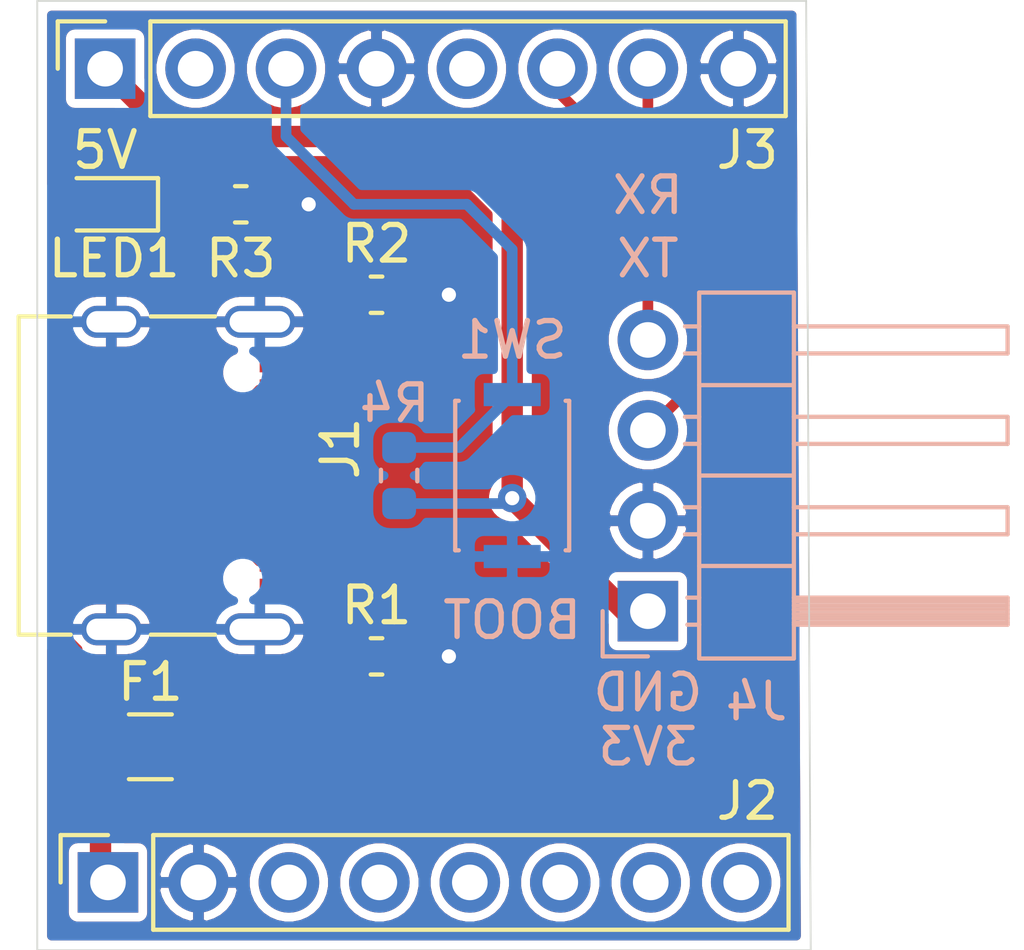
<source format=kicad_pcb>
(kicad_pcb (version 20171130) (host pcbnew "(5.1.6-0-10_14)")

  (general
    (thickness 1.6)
    (drawings 10)
    (tracks 57)
    (zones 0)
    (modules 11)
    (nets 11)
  )

  (page A4)
  (layers
    (0 F.Cu signal)
    (31 B.Cu signal)
    (32 B.Adhes user)
    (33 F.Adhes user)
    (34 B.Paste user)
    (35 F.Paste user)
    (36 B.SilkS user)
    (37 F.SilkS user)
    (38 B.Mask user)
    (39 F.Mask user)
    (40 Dwgs.User user)
    (41 Cmts.User user)
    (42 Eco1.User user)
    (43 Eco2.User user)
    (44 Edge.Cuts user)
    (45 Margin user)
    (46 B.CrtYd user)
    (47 F.CrtYd user)
    (48 B.Fab user hide)
    (49 F.Fab user hide)
  )

  (setup
    (last_trace_width 0.3)
    (user_trace_width 0.6)
    (trace_clearance 0.2)
    (zone_clearance 0.25)
    (zone_45_only no)
    (trace_min 0.2)
    (via_size 0.8)
    (via_drill 0.4)
    (via_min_size 0.4)
    (via_min_drill 0.3)
    (uvia_size 0.3)
    (uvia_drill 0.1)
    (uvias_allowed no)
    (uvia_min_size 0.2)
    (uvia_min_drill 0.1)
    (edge_width 0.05)
    (segment_width 0.2)
    (pcb_text_width 0.3)
    (pcb_text_size 1.5 1.5)
    (mod_edge_width 0.12)
    (mod_text_size 1 1)
    (mod_text_width 0.15)
    (pad_size 1.524 1.524)
    (pad_drill 0.762)
    (pad_to_mask_clearance 0.05)
    (aux_axis_origin 0 0)
    (visible_elements FFFFFF7F)
    (pcbplotparams
      (layerselection 0x010fc_ffffffff)
      (usegerberextensions false)
      (usegerberattributes true)
      (usegerberadvancedattributes true)
      (creategerberjobfile true)
      (excludeedgelayer true)
      (linewidth 0.100000)
      (plotframeref false)
      (viasonmask false)
      (mode 1)
      (useauxorigin false)
      (hpglpennumber 1)
      (hpglpenspeed 20)
      (hpglpendiameter 15.000000)
      (psnegative false)
      (psa4output false)
      (plotreference true)
      (plotvalue true)
      (plotinvisibletext false)
      (padsonsilk false)
      (subtractmaskfromsilk false)
      (outputformat 1)
      (mirror false)
      (drillshape 1)
      (scaleselection 1)
      (outputdirectory ""))
  )

  (net 0 "")
  (net 1 /PP_VUSB_RAW)
  (net 2 /PP_VUSB)
  (net 3 GND)
  (net 4 /CC2)
  (net 5 /CC1)
  (net 6 /TX)
  (net 7 /RX)
  (net 8 /~BOOT~)
  (net 9 +3V3)
  (net 10 "Net-(LED1-Pad1)")

  (net_class Default "This is the default net class."
    (clearance 0.2)
    (trace_width 0.3)
    (via_dia 0.8)
    (via_drill 0.4)
    (uvia_dia 0.3)
    (uvia_drill 0.1)
    (add_net +3V3)
    (add_net /CC1)
    (add_net /CC2)
    (add_net /PP_VUSB)
    (add_net /PP_VUSB_RAW)
    (add_net /RX)
    (add_net /TX)
    (add_net /~BOOT~)
    (add_net GND)
    (add_net "Net-(LED1-Pad1)")
  )

  (module Resistor_SMD:R_0603_1608Metric (layer F.Cu) (tedit 5B301BBD) (tstamp 5F81DF34)
    (at 125.73 80.01)
    (descr "Resistor SMD 0603 (1608 Metric), square (rectangular) end terminal, IPC_7351 nominal, (Body size source: http://www.tortai-tech.com/upload/download/2011102023233369053.pdf), generated with kicad-footprint-generator")
    (tags resistor)
    (path /5F834011)
    (attr smd)
    (fp_text reference R3 (at 0 1.524) (layer F.SilkS)
      (effects (font (size 1 1) (thickness 0.15)))
    )
    (fp_text value 4k7 (at 0 1.43) (layer F.Fab)
      (effects (font (size 1 1) (thickness 0.15)))
    )
    (fp_line (start 1.48 0.73) (end -1.48 0.73) (layer F.CrtYd) (width 0.05))
    (fp_line (start 1.48 -0.73) (end 1.48 0.73) (layer F.CrtYd) (width 0.05))
    (fp_line (start -1.48 -0.73) (end 1.48 -0.73) (layer F.CrtYd) (width 0.05))
    (fp_line (start -1.48 0.73) (end -1.48 -0.73) (layer F.CrtYd) (width 0.05))
    (fp_line (start -0.162779 0.51) (end 0.162779 0.51) (layer F.SilkS) (width 0.12))
    (fp_line (start -0.162779 -0.51) (end 0.162779 -0.51) (layer F.SilkS) (width 0.12))
    (fp_line (start 0.8 0.4) (end -0.8 0.4) (layer F.Fab) (width 0.1))
    (fp_line (start 0.8 -0.4) (end 0.8 0.4) (layer F.Fab) (width 0.1))
    (fp_line (start -0.8 -0.4) (end 0.8 -0.4) (layer F.Fab) (width 0.1))
    (fp_line (start -0.8 0.4) (end -0.8 -0.4) (layer F.Fab) (width 0.1))
    (fp_text user %R (at 0 0) (layer F.Fab)
      (effects (font (size 0.4 0.4) (thickness 0.06)))
    )
    (pad 2 smd roundrect (at 0.7875 0) (size 0.875 0.95) (layers F.Cu F.Paste F.Mask) (roundrect_rratio 0.25)
      (net 3 GND))
    (pad 1 smd roundrect (at -0.7875 0) (size 0.875 0.95) (layers F.Cu F.Paste F.Mask) (roundrect_rratio 0.25)
      (net 10 "Net-(LED1-Pad1)"))
    (model ${KISYS3DMOD}/Resistor_SMD.3dshapes/R_0603_1608Metric.wrl
      (at (xyz 0 0 0))
      (scale (xyz 1 1 1))
      (rotate (xyz 0 0 0))
    )
  )

  (module Resistor_SMD:R_0603_1608Metric (layer F.Cu) (tedit 5B301BBD) (tstamp 5F82000B)
    (at 129.54 82.55)
    (descr "Resistor SMD 0603 (1608 Metric), square (rectangular) end terminal, IPC_7351 nominal, (Body size source: http://www.tortai-tech.com/upload/download/2011102023233369053.pdf), generated with kicad-footprint-generator")
    (tags resistor)
    (path /5F824D04)
    (attr smd)
    (fp_text reference R2 (at 0 -1.43) (layer F.SilkS)
      (effects (font (size 1 1) (thickness 0.15)))
    )
    (fp_text value 5k1 (at 0 1.43) (layer F.Fab)
      (effects (font (size 1 1) (thickness 0.15)))
    )
    (fp_line (start 1.48 0.73) (end -1.48 0.73) (layer F.CrtYd) (width 0.05))
    (fp_line (start 1.48 -0.73) (end 1.48 0.73) (layer F.CrtYd) (width 0.05))
    (fp_line (start -1.48 -0.73) (end 1.48 -0.73) (layer F.CrtYd) (width 0.05))
    (fp_line (start -1.48 0.73) (end -1.48 -0.73) (layer F.CrtYd) (width 0.05))
    (fp_line (start -0.162779 0.51) (end 0.162779 0.51) (layer F.SilkS) (width 0.12))
    (fp_line (start -0.162779 -0.51) (end 0.162779 -0.51) (layer F.SilkS) (width 0.12))
    (fp_line (start 0.8 0.4) (end -0.8 0.4) (layer F.Fab) (width 0.1))
    (fp_line (start 0.8 -0.4) (end 0.8 0.4) (layer F.Fab) (width 0.1))
    (fp_line (start -0.8 -0.4) (end 0.8 -0.4) (layer F.Fab) (width 0.1))
    (fp_line (start -0.8 0.4) (end -0.8 -0.4) (layer F.Fab) (width 0.1))
    (fp_text user %R (at 0 0) (layer F.Fab)
      (effects (font (size 0.4 0.4) (thickness 0.06)))
    )
    (pad 2 smd roundrect (at 0.7875 0) (size 0.875 0.95) (layers F.Cu F.Paste F.Mask) (roundrect_rratio 0.25)
      (net 3 GND))
    (pad 1 smd roundrect (at -0.7875 0) (size 0.875 0.95) (layers F.Cu F.Paste F.Mask) (roundrect_rratio 0.25)
      (net 5 /CC1))
    (model ${KISYS3DMOD}/Resistor_SMD.3dshapes/R_0603_1608Metric.wrl
      (at (xyz 0 0 0))
      (scale (xyz 1 1 1))
      (rotate (xyz 0 0 0))
    )
  )

  (module Resistor_SMD:R_0603_1608Metric (layer F.Cu) (tedit 5B301BBD) (tstamp 5F81DF88)
    (at 129.54 92.71)
    (descr "Resistor SMD 0603 (1608 Metric), square (rectangular) end terminal, IPC_7351 nominal, (Body size source: http://www.tortai-tech.com/upload/download/2011102023233369053.pdf), generated with kicad-footprint-generator")
    (tags resistor)
    (path /5F824D0A)
    (attr smd)
    (fp_text reference R1 (at 0 -1.43) (layer F.SilkS)
      (effects (font (size 1 1) (thickness 0.15)))
    )
    (fp_text value 5k1 (at 0 1.43) (layer F.Fab)
      (effects (font (size 1 1) (thickness 0.15)))
    )
    (fp_line (start 1.48 0.73) (end -1.48 0.73) (layer F.CrtYd) (width 0.05))
    (fp_line (start 1.48 -0.73) (end 1.48 0.73) (layer F.CrtYd) (width 0.05))
    (fp_line (start -1.48 -0.73) (end 1.48 -0.73) (layer F.CrtYd) (width 0.05))
    (fp_line (start -1.48 0.73) (end -1.48 -0.73) (layer F.CrtYd) (width 0.05))
    (fp_line (start -0.162779 0.51) (end 0.162779 0.51) (layer F.SilkS) (width 0.12))
    (fp_line (start -0.162779 -0.51) (end 0.162779 -0.51) (layer F.SilkS) (width 0.12))
    (fp_line (start 0.8 0.4) (end -0.8 0.4) (layer F.Fab) (width 0.1))
    (fp_line (start 0.8 -0.4) (end 0.8 0.4) (layer F.Fab) (width 0.1))
    (fp_line (start -0.8 -0.4) (end 0.8 -0.4) (layer F.Fab) (width 0.1))
    (fp_line (start -0.8 0.4) (end -0.8 -0.4) (layer F.Fab) (width 0.1))
    (fp_text user %R (at 0 0) (layer F.Fab)
      (effects (font (size 0.4 0.4) (thickness 0.06)))
    )
    (pad 2 smd roundrect (at 0.7875 0) (size 0.875 0.95) (layers F.Cu F.Paste F.Mask) (roundrect_rratio 0.25)
      (net 3 GND))
    (pad 1 smd roundrect (at -0.7875 0) (size 0.875 0.95) (layers F.Cu F.Paste F.Mask) (roundrect_rratio 0.25)
      (net 4 /CC2))
    (model ${KISYS3DMOD}/Resistor_SMD.3dshapes/R_0603_1608Metric.wrl
      (at (xyz 0 0 0))
      (scale (xyz 1 1 1))
      (rotate (xyz 0 0 0))
    )
  )

  (module Connector_PinHeader_2.54mm:PinHeader_1x04_P2.54mm_Horizontal (layer B.Cu) (tedit 59FED5CB) (tstamp 5F81F1D3)
    (at 137.16 91.44)
    (descr "Through hole angled pin header, 1x04, 2.54mm pitch, 6mm pin length, single row")
    (tags "Through hole angled pin header THT 1x04 2.54mm single row")
    (path /5F83333F)
    (fp_text reference J4 (at 3.048 2.54) (layer B.SilkS)
      (effects (font (size 1 1) (thickness 0.15)) (justify mirror))
    )
    (fp_text value Conn_01x04_Male (at 4.385 -9.89) (layer B.Fab)
      (effects (font (size 1 1) (thickness 0.15)) (justify mirror))
    )
    (fp_line (start 10.55 1.8) (end -1.8 1.8) (layer B.CrtYd) (width 0.05))
    (fp_line (start 10.55 -9.4) (end 10.55 1.8) (layer B.CrtYd) (width 0.05))
    (fp_line (start -1.8 -9.4) (end 10.55 -9.4) (layer B.CrtYd) (width 0.05))
    (fp_line (start -1.8 1.8) (end -1.8 -9.4) (layer B.CrtYd) (width 0.05))
    (fp_line (start -1.27 1.27) (end 0 1.27) (layer B.SilkS) (width 0.12))
    (fp_line (start -1.27 0) (end -1.27 1.27) (layer B.SilkS) (width 0.12))
    (fp_line (start 1.042929 -8) (end 1.44 -8) (layer B.SilkS) (width 0.12))
    (fp_line (start 1.042929 -7.24) (end 1.44 -7.24) (layer B.SilkS) (width 0.12))
    (fp_line (start 10.1 -8) (end 4.1 -8) (layer B.SilkS) (width 0.12))
    (fp_line (start 10.1 -7.24) (end 10.1 -8) (layer B.SilkS) (width 0.12))
    (fp_line (start 4.1 -7.24) (end 10.1 -7.24) (layer B.SilkS) (width 0.12))
    (fp_line (start 1.44 -6.35) (end 4.1 -6.35) (layer B.SilkS) (width 0.12))
    (fp_line (start 1.042929 -5.46) (end 1.44 -5.46) (layer B.SilkS) (width 0.12))
    (fp_line (start 1.042929 -4.7) (end 1.44 -4.7) (layer B.SilkS) (width 0.12))
    (fp_line (start 10.1 -5.46) (end 4.1 -5.46) (layer B.SilkS) (width 0.12))
    (fp_line (start 10.1 -4.7) (end 10.1 -5.46) (layer B.SilkS) (width 0.12))
    (fp_line (start 4.1 -4.7) (end 10.1 -4.7) (layer B.SilkS) (width 0.12))
    (fp_line (start 1.44 -3.81) (end 4.1 -3.81) (layer B.SilkS) (width 0.12))
    (fp_line (start 1.042929 -2.92) (end 1.44 -2.92) (layer B.SilkS) (width 0.12))
    (fp_line (start 1.042929 -2.16) (end 1.44 -2.16) (layer B.SilkS) (width 0.12))
    (fp_line (start 10.1 -2.92) (end 4.1 -2.92) (layer B.SilkS) (width 0.12))
    (fp_line (start 10.1 -2.16) (end 10.1 -2.92) (layer B.SilkS) (width 0.12))
    (fp_line (start 4.1 -2.16) (end 10.1 -2.16) (layer B.SilkS) (width 0.12))
    (fp_line (start 1.44 -1.27) (end 4.1 -1.27) (layer B.SilkS) (width 0.12))
    (fp_line (start 1.11 -0.38) (end 1.44 -0.38) (layer B.SilkS) (width 0.12))
    (fp_line (start 1.11 0.38) (end 1.44 0.38) (layer B.SilkS) (width 0.12))
    (fp_line (start 4.1 -0.28) (end 10.1 -0.28) (layer B.SilkS) (width 0.12))
    (fp_line (start 4.1 -0.16) (end 10.1 -0.16) (layer B.SilkS) (width 0.12))
    (fp_line (start 4.1 -0.04) (end 10.1 -0.04) (layer B.SilkS) (width 0.12))
    (fp_line (start 4.1 0.08) (end 10.1 0.08) (layer B.SilkS) (width 0.12))
    (fp_line (start 4.1 0.2) (end 10.1 0.2) (layer B.SilkS) (width 0.12))
    (fp_line (start 4.1 0.32) (end 10.1 0.32) (layer B.SilkS) (width 0.12))
    (fp_line (start 10.1 -0.38) (end 4.1 -0.38) (layer B.SilkS) (width 0.12))
    (fp_line (start 10.1 0.38) (end 10.1 -0.38) (layer B.SilkS) (width 0.12))
    (fp_line (start 4.1 0.38) (end 10.1 0.38) (layer B.SilkS) (width 0.12))
    (fp_line (start 4.1 1.33) (end 1.44 1.33) (layer B.SilkS) (width 0.12))
    (fp_line (start 4.1 -8.95) (end 4.1 1.33) (layer B.SilkS) (width 0.12))
    (fp_line (start 1.44 -8.95) (end 4.1 -8.95) (layer B.SilkS) (width 0.12))
    (fp_line (start 1.44 1.33) (end 1.44 -8.95) (layer B.SilkS) (width 0.12))
    (fp_line (start 4.04 -7.94) (end 10.04 -7.94) (layer B.Fab) (width 0.1))
    (fp_line (start 10.04 -7.3) (end 10.04 -7.94) (layer B.Fab) (width 0.1))
    (fp_line (start 4.04 -7.3) (end 10.04 -7.3) (layer B.Fab) (width 0.1))
    (fp_line (start -0.32 -7.94) (end 1.5 -7.94) (layer B.Fab) (width 0.1))
    (fp_line (start -0.32 -7.3) (end -0.32 -7.94) (layer B.Fab) (width 0.1))
    (fp_line (start -0.32 -7.3) (end 1.5 -7.3) (layer B.Fab) (width 0.1))
    (fp_line (start 4.04 -5.4) (end 10.04 -5.4) (layer B.Fab) (width 0.1))
    (fp_line (start 10.04 -4.76) (end 10.04 -5.4) (layer B.Fab) (width 0.1))
    (fp_line (start 4.04 -4.76) (end 10.04 -4.76) (layer B.Fab) (width 0.1))
    (fp_line (start -0.32 -5.4) (end 1.5 -5.4) (layer B.Fab) (width 0.1))
    (fp_line (start -0.32 -4.76) (end -0.32 -5.4) (layer B.Fab) (width 0.1))
    (fp_line (start -0.32 -4.76) (end 1.5 -4.76) (layer B.Fab) (width 0.1))
    (fp_line (start 4.04 -2.86) (end 10.04 -2.86) (layer B.Fab) (width 0.1))
    (fp_line (start 10.04 -2.22) (end 10.04 -2.86) (layer B.Fab) (width 0.1))
    (fp_line (start 4.04 -2.22) (end 10.04 -2.22) (layer B.Fab) (width 0.1))
    (fp_line (start -0.32 -2.86) (end 1.5 -2.86) (layer B.Fab) (width 0.1))
    (fp_line (start -0.32 -2.22) (end -0.32 -2.86) (layer B.Fab) (width 0.1))
    (fp_line (start -0.32 -2.22) (end 1.5 -2.22) (layer B.Fab) (width 0.1))
    (fp_line (start 4.04 -0.32) (end 10.04 -0.32) (layer B.Fab) (width 0.1))
    (fp_line (start 10.04 0.32) (end 10.04 -0.32) (layer B.Fab) (width 0.1))
    (fp_line (start 4.04 0.32) (end 10.04 0.32) (layer B.Fab) (width 0.1))
    (fp_line (start -0.32 -0.32) (end 1.5 -0.32) (layer B.Fab) (width 0.1))
    (fp_line (start -0.32 0.32) (end -0.32 -0.32) (layer B.Fab) (width 0.1))
    (fp_line (start -0.32 0.32) (end 1.5 0.32) (layer B.Fab) (width 0.1))
    (fp_line (start 1.5 0.635) (end 2.135 1.27) (layer B.Fab) (width 0.1))
    (fp_line (start 1.5 -8.89) (end 1.5 0.635) (layer B.Fab) (width 0.1))
    (fp_line (start 4.04 -8.89) (end 1.5 -8.89) (layer B.Fab) (width 0.1))
    (fp_line (start 4.04 1.27) (end 4.04 -8.89) (layer B.Fab) (width 0.1))
    (fp_line (start 2.135 1.27) (end 4.04 1.27) (layer B.Fab) (width 0.1))
    (fp_text user %R (at 2.77 -3.81 -90) (layer B.Fab)
      (effects (font (size 1 1) (thickness 0.15)) (justify mirror))
    )
    (pad 4 thru_hole oval (at 0 -7.62) (size 1.7 1.7) (drill 1) (layers *.Cu *.Mask)
      (net 7 /RX))
    (pad 3 thru_hole oval (at 0 -5.08) (size 1.7 1.7) (drill 1) (layers *.Cu *.Mask)
      (net 6 /TX))
    (pad 2 thru_hole oval (at 0 -2.54) (size 1.7 1.7) (drill 1) (layers *.Cu *.Mask)
      (net 3 GND))
    (pad 1 thru_hole rect (at 0 0) (size 1.7 1.7) (drill 1) (layers *.Cu *.Mask)
      (net 9 +3V3))
    (model ${KISYS3DMOD}/Connector_PinHeader_2.54mm.3dshapes/PinHeader_1x04_P2.54mm_Horizontal.wrl
      (at (xyz 0 0 0))
      (scale (xyz 1 1 1))
      (rotate (xyz 0 0 0))
    )
  )

  (module Custom_components:SW_SPST_4x3x2mm (layer B.Cu) (tedit 5E46E37D) (tstamp 5F81F739)
    (at 133.35 87.63 90)
    (tags "Switch SPST 4x3x2mm")
    (path /5F836467)
    (attr smd)
    (fp_text reference SW1 (at 3.81 0 180) (layer B.SilkS)
      (effects (font (size 1 1) (thickness 0.15)) (justify mirror))
    )
    (fp_text value SW_Push (at 0 -3.2 90) (layer B.Fab)
      (effects (font (size 1 1) (thickness 0.15)) (justify mirror))
    )
    (fp_line (start -2.1 -1.6) (end -2.1 -1.5) (layer B.SilkS) (width 0.12))
    (fp_line (start 2.1 -1.6) (end -2.1 -1.6) (layer B.SilkS) (width 0.12))
    (fp_line (start 2.1 -1.6) (end 2.1 -1.5) (layer B.SilkS) (width 0.12))
    (fp_line (start -2 1.5) (end 2 1.5) (layer B.Fab) (width 0.1))
    (fp_line (start 2 1.5) (end 2 -1.5) (layer B.Fab) (width 0.1))
    (fp_line (start 2 -1.5) (end -2 -1.5) (layer B.Fab) (width 0.1))
    (fp_line (start -2 -1.5) (end -2 1.5) (layer B.Fab) (width 0.1))
    (fp_line (start 2 0.65) (end 2.25 0.65) (layer B.Fab) (width 0.1))
    (fp_line (start 2.25 0.65) (end 2.25 0.4) (layer B.Fab) (width 0.1))
    (fp_line (start 2.25 0.4) (end 2 0.15) (layer B.Fab) (width 0.1))
    (fp_line (start 2 -0.15) (end 2.25 -0.4) (layer B.Fab) (width 0.1))
    (fp_line (start 2.25 -0.4) (end 2.25 -0.65) (layer B.Fab) (width 0.1))
    (fp_line (start 2.25 -0.65) (end 2 -0.65) (layer B.Fab) (width 0.1))
    (fp_line (start -2 0.65) (end -2.25 0.65) (layer B.Fab) (width 0.1))
    (fp_line (start -2.25 0.65) (end -2.25 0.4) (layer B.Fab) (width 0.1))
    (fp_line (start -2.25 0.4) (end -2 0.15) (layer B.Fab) (width 0.1))
    (fp_line (start -2 -0.15) (end -2.25 -0.4) (layer B.Fab) (width 0.1))
    (fp_line (start -2.25 -0.4) (end -2.25 -0.65) (layer B.Fab) (width 0.1))
    (fp_line (start -2.25 -0.65) (end -2 -0.65) (layer B.Fab) (width 0.1))
    (fp_line (start -2.1 1.6) (end 2.1 1.6) (layer B.SilkS) (width 0.12))
    (fp_line (start 2.1 1.6) (end 2.1 1.5) (layer B.SilkS) (width 0.12))
    (fp_line (start -2.1 1.6) (end -2.1 1.5) (layer B.SilkS) (width 0.12))
    (fp_line (start -2.7 1.7) (end 2.7 1.7) (layer B.CrtYd) (width 0.05))
    (fp_line (start 2.7 1.7) (end 2.7 -1.7) (layer B.CrtYd) (width 0.05))
    (fp_line (start -2.7 -1.7) (end 2.7 -1.7) (layer B.CrtYd) (width 0.05))
    (fp_line (start -2.7 1.7) (end -2.7 -1.7) (layer B.CrtYd) (width 0.05))
    (fp_text user %R (at 0 0 90) (layer B.Fab)
      (effects (font (size 0.5 0.5) (thickness 0.075)) (justify mirror))
    )
    (pad 1 smd rect (at -2.275 0 90) (size 0.65 1.6) (layers B.Cu B.Paste B.Mask)
      (net 3 GND))
    (pad 2 smd rect (at 2.275 0 90) (size 0.65 1.6) (layers B.Cu B.Paste B.Mask)
      (net 8 /~BOOT~))
    (model ${KISYS3DMOD}/Button_Switch_SMD.3dshapes/SW_SPST_CK_KXT3.wrl
      (at (xyz 0 0 0))
      (scale (xyz 1 1 1))
      (rotate (xyz 0 0 0))
    )
  )

  (module Resistor_SMD:R_0603_1608Metric (layer B.Cu) (tedit 5B301BBD) (tstamp 5F8201E3)
    (at 130.175 87.63 90)
    (descr "Resistor SMD 0603 (1608 Metric), square (rectangular) end terminal, IPC_7351 nominal, (Body size source: http://www.tortai-tech.com/upload/download/2011102023233369053.pdf), generated with kicad-footprint-generator")
    (tags resistor)
    (path /5F836473)
    (attr smd)
    (fp_text reference R4 (at 2.032 -0.127) (layer B.SilkS)
      (effects (font (size 1 1) (thickness 0.15)) (justify mirror))
    )
    (fp_text value 10k (at 0 -1.43 270) (layer B.Fab)
      (effects (font (size 1 1) (thickness 0.15)) (justify mirror))
    )
    (fp_line (start 1.48 -0.73) (end -1.48 -0.73) (layer B.CrtYd) (width 0.05))
    (fp_line (start 1.48 0.73) (end 1.48 -0.73) (layer B.CrtYd) (width 0.05))
    (fp_line (start -1.48 0.73) (end 1.48 0.73) (layer B.CrtYd) (width 0.05))
    (fp_line (start -1.48 -0.73) (end -1.48 0.73) (layer B.CrtYd) (width 0.05))
    (fp_line (start -0.162779 -0.51) (end 0.162779 -0.51) (layer B.SilkS) (width 0.12))
    (fp_line (start -0.162779 0.51) (end 0.162779 0.51) (layer B.SilkS) (width 0.12))
    (fp_line (start 0.8 -0.4) (end -0.8 -0.4) (layer B.Fab) (width 0.1))
    (fp_line (start 0.8 0.4) (end 0.8 -0.4) (layer B.Fab) (width 0.1))
    (fp_line (start -0.8 0.4) (end 0.8 0.4) (layer B.Fab) (width 0.1))
    (fp_line (start -0.8 -0.4) (end -0.8 0.4) (layer B.Fab) (width 0.1))
    (fp_text user %R (at 0 0 270) (layer B.Fab)
      (effects (font (size 0.4 0.4) (thickness 0.06)) (justify mirror))
    )
    (pad 2 smd roundrect (at 0.7875 0 90) (size 0.875 0.95) (layers B.Cu B.Paste B.Mask) (roundrect_rratio 0.25)
      (net 8 /~BOOT~))
    (pad 1 smd roundrect (at -0.7875 0 90) (size 0.875 0.95) (layers B.Cu B.Paste B.Mask) (roundrect_rratio 0.25)
      (net 9 +3V3))
    (model ${KISYS3DMOD}/Resistor_SMD.3dshapes/R_0603_1608Metric.wrl
      (at (xyz 0 0 0))
      (scale (xyz 1 1 1))
      (rotate (xyz 0 0 0))
    )
  )

  (module LED_SMD:LED_0603_1608Metric (layer F.Cu) (tedit 5B301BBE) (tstamp 5F81DFB6)
    (at 121.92 80.01 180)
    (descr "LED SMD 0603 (1608 Metric), square (rectangular) end terminal, IPC_7351 nominal, (Body size source: http://www.tortai-tech.com/upload/download/2011102023233369053.pdf), generated with kicad-footprint-generator")
    (tags diode)
    (path /5F83401E)
    (attr smd)
    (fp_text reference LED1 (at -0.254 -1.524) (layer F.SilkS)
      (effects (font (size 1 1) (thickness 0.15)))
    )
    (fp_text value Green (at 0 1.43) (layer F.Fab)
      (effects (font (size 1 1) (thickness 0.15)))
    )
    (fp_line (start 1.48 0.73) (end -1.48 0.73) (layer F.CrtYd) (width 0.05))
    (fp_line (start 1.48 -0.73) (end 1.48 0.73) (layer F.CrtYd) (width 0.05))
    (fp_line (start -1.48 -0.73) (end 1.48 -0.73) (layer F.CrtYd) (width 0.05))
    (fp_line (start -1.48 0.73) (end -1.48 -0.73) (layer F.CrtYd) (width 0.05))
    (fp_line (start -1.485 0.735) (end 0.8 0.735) (layer F.SilkS) (width 0.12))
    (fp_line (start -1.485 -0.735) (end -1.485 0.735) (layer F.SilkS) (width 0.12))
    (fp_line (start 0.8 -0.735) (end -1.485 -0.735) (layer F.SilkS) (width 0.12))
    (fp_line (start 0.8 0.4) (end 0.8 -0.4) (layer F.Fab) (width 0.1))
    (fp_line (start -0.8 0.4) (end 0.8 0.4) (layer F.Fab) (width 0.1))
    (fp_line (start -0.8 -0.1) (end -0.8 0.4) (layer F.Fab) (width 0.1))
    (fp_line (start -0.5 -0.4) (end -0.8 -0.1) (layer F.Fab) (width 0.1))
    (fp_line (start 0.8 -0.4) (end -0.5 -0.4) (layer F.Fab) (width 0.1))
    (fp_text user %R (at 0 0) (layer F.Fab)
      (effects (font (size 0.4 0.4) (thickness 0.06)))
    )
    (pad 2 smd roundrect (at 0.7875 0 180) (size 0.875 0.95) (layers F.Cu F.Paste F.Mask) (roundrect_rratio 0.25)
      (net 2 /PP_VUSB))
    (pad 1 smd roundrect (at -0.7875 0 180) (size 0.875 0.95) (layers F.Cu F.Paste F.Mask) (roundrect_rratio 0.25)
      (net 10 "Net-(LED1-Pad1)"))
    (model ${KISYS3DMOD}/LED_SMD.3dshapes/LED_0603_1608Metric.wrl
      (at (xyz 0 0 0))
      (scale (xyz 1 1 1))
      (rotate (xyz 0 0 0))
    )
  )

  (module Connector_PinSocket_2.54mm:PinSocket_1x08_P2.54mm_Vertical (layer F.Cu) (tedit 5A19A420) (tstamp 5F81E03A)
    (at 121.92 76.2 90)
    (descr "Through hole straight socket strip, 1x08, 2.54mm pitch, single row (from Kicad 4.0.7), script generated")
    (tags "Through hole socket strip THT 1x08 2.54mm single row")
    (path /5F8391A9)
    (fp_text reference J3 (at -2.286 18.034 180) (layer F.SilkS)
      (effects (font (size 1 1) (thickness 0.15)))
    )
    (fp_text value Conn_01x08_Female (at 0 20.55 90) (layer F.Fab)
      (effects (font (size 1 1) (thickness 0.15)))
    )
    (fp_line (start -1.8 19.55) (end -1.8 -1.8) (layer F.CrtYd) (width 0.05))
    (fp_line (start 1.75 19.55) (end -1.8 19.55) (layer F.CrtYd) (width 0.05))
    (fp_line (start 1.75 -1.8) (end 1.75 19.55) (layer F.CrtYd) (width 0.05))
    (fp_line (start -1.8 -1.8) (end 1.75 -1.8) (layer F.CrtYd) (width 0.05))
    (fp_line (start 0 -1.33) (end 1.33 -1.33) (layer F.SilkS) (width 0.12))
    (fp_line (start 1.33 -1.33) (end 1.33 0) (layer F.SilkS) (width 0.12))
    (fp_line (start 1.33 1.27) (end 1.33 19.11) (layer F.SilkS) (width 0.12))
    (fp_line (start -1.33 19.11) (end 1.33 19.11) (layer F.SilkS) (width 0.12))
    (fp_line (start -1.33 1.27) (end -1.33 19.11) (layer F.SilkS) (width 0.12))
    (fp_line (start -1.33 1.27) (end 1.33 1.27) (layer F.SilkS) (width 0.12))
    (fp_line (start -1.27 19.05) (end -1.27 -1.27) (layer F.Fab) (width 0.1))
    (fp_line (start 1.27 19.05) (end -1.27 19.05) (layer F.Fab) (width 0.1))
    (fp_line (start 1.27 -0.635) (end 1.27 19.05) (layer F.Fab) (width 0.1))
    (fp_line (start 0.635 -1.27) (end 1.27 -0.635) (layer F.Fab) (width 0.1))
    (fp_line (start -1.27 -1.27) (end 0.635 -1.27) (layer F.Fab) (width 0.1))
    (fp_text user %R (at 0 8.89) (layer F.Fab)
      (effects (font (size 1 1) (thickness 0.15)))
    )
    (pad 8 thru_hole oval (at 0 17.78 90) (size 1.7 1.7) (drill 1) (layers *.Cu *.Mask)
      (net 3 GND))
    (pad 7 thru_hole oval (at 0 15.24 90) (size 1.7 1.7) (drill 1) (layers *.Cu *.Mask)
      (net 6 /TX))
    (pad 6 thru_hole oval (at 0 12.7 90) (size 1.7 1.7) (drill 1) (layers *.Cu *.Mask)
      (net 7 /RX))
    (pad 5 thru_hole oval (at 0 10.16 90) (size 1.7 1.7) (drill 1) (layers *.Cu *.Mask))
    (pad 4 thru_hole oval (at 0 7.62 90) (size 1.7 1.7) (drill 1) (layers *.Cu *.Mask)
      (net 3 GND))
    (pad 3 thru_hole oval (at 0 5.08 90) (size 1.7 1.7) (drill 1) (layers *.Cu *.Mask)
      (net 8 /~BOOT~))
    (pad 2 thru_hole oval (at 0 2.54 90) (size 1.7 1.7) (drill 1) (layers *.Cu *.Mask))
    (pad 1 thru_hole rect (at 0 0 90) (size 1.7 1.7) (drill 1) (layers *.Cu *.Mask)
      (net 9 +3V3))
    (model ${KISYS3DMOD}/Connector_PinSocket_2.54mm.3dshapes/PinSocket_1x08_P2.54mm_Vertical.wrl
      (at (xyz 0 0 0))
      (scale (xyz 1 1 1))
      (rotate (xyz 0 0 0))
    )
  )

  (module Connector_PinSocket_2.54mm:PinSocket_1x08_P2.54mm_Vertical (layer F.Cu) (tedit 5A19A420) (tstamp 5F81E7A2)
    (at 122 99.06 90)
    (descr "Through hole straight socket strip, 1x08, 2.54mm pitch, single row (from Kicad 4.0.7), script generated")
    (tags "Through hole socket strip THT 1x08 2.54mm single row")
    (path /5F834A82)
    (fp_text reference J2 (at 2.286 17.954 180) (layer F.SilkS)
      (effects (font (size 1 1) (thickness 0.15)))
    )
    (fp_text value Conn_01x08_Female (at 0 20.55 90) (layer F.Fab)
      (effects (font (size 1 1) (thickness 0.15)))
    )
    (fp_line (start -1.8 19.55) (end -1.8 -1.8) (layer F.CrtYd) (width 0.05))
    (fp_line (start 1.75 19.55) (end -1.8 19.55) (layer F.CrtYd) (width 0.05))
    (fp_line (start 1.75 -1.8) (end 1.75 19.55) (layer F.CrtYd) (width 0.05))
    (fp_line (start -1.8 -1.8) (end 1.75 -1.8) (layer F.CrtYd) (width 0.05))
    (fp_line (start 0 -1.33) (end 1.33 -1.33) (layer F.SilkS) (width 0.12))
    (fp_line (start 1.33 -1.33) (end 1.33 0) (layer F.SilkS) (width 0.12))
    (fp_line (start 1.33 1.27) (end 1.33 19.11) (layer F.SilkS) (width 0.12))
    (fp_line (start -1.33 19.11) (end 1.33 19.11) (layer F.SilkS) (width 0.12))
    (fp_line (start -1.33 1.27) (end -1.33 19.11) (layer F.SilkS) (width 0.12))
    (fp_line (start -1.33 1.27) (end 1.33 1.27) (layer F.SilkS) (width 0.12))
    (fp_line (start -1.27 19.05) (end -1.27 -1.27) (layer F.Fab) (width 0.1))
    (fp_line (start 1.27 19.05) (end -1.27 19.05) (layer F.Fab) (width 0.1))
    (fp_line (start 1.27 -0.635) (end 1.27 19.05) (layer F.Fab) (width 0.1))
    (fp_line (start 0.635 -1.27) (end 1.27 -0.635) (layer F.Fab) (width 0.1))
    (fp_line (start -1.27 -1.27) (end 0.635 -1.27) (layer F.Fab) (width 0.1))
    (fp_text user %R (at 0 8.89) (layer F.Fab)
      (effects (font (size 1 1) (thickness 0.15)))
    )
    (pad 8 thru_hole oval (at 0 17.78 90) (size 1.7 1.7) (drill 1) (layers *.Cu *.Mask))
    (pad 7 thru_hole oval (at 0 15.24 90) (size 1.7 1.7) (drill 1) (layers *.Cu *.Mask))
    (pad 6 thru_hole oval (at 0 12.7 90) (size 1.7 1.7) (drill 1) (layers *.Cu *.Mask))
    (pad 5 thru_hole oval (at 0 10.16 90) (size 1.7 1.7) (drill 1) (layers *.Cu *.Mask))
    (pad 4 thru_hole oval (at 0 7.62 90) (size 1.7 1.7) (drill 1) (layers *.Cu *.Mask))
    (pad 3 thru_hole oval (at 0 5.08 90) (size 1.7 1.7) (drill 1) (layers *.Cu *.Mask))
    (pad 2 thru_hole oval (at 0 2.54 90) (size 1.7 1.7) (drill 1) (layers *.Cu *.Mask)
      (net 3 GND))
    (pad 1 thru_hole rect (at 0 0 90) (size 1.7 1.7) (drill 1) (layers *.Cu *.Mask)
      (net 2 /PP_VUSB))
    (model ${KISYS3DMOD}/Connector_PinSocket_2.54mm.3dshapes/PinSocket_1x08_P2.54mm_Vertical.wrl
      (at (xyz 0 0 0))
      (scale (xyz 1 1 1))
      (rotate (xyz 0 0 0))
    )
  )

  (module Connector_USB:USB_C_Receptacle_Palconn_UTC16-G (layer F.Cu) (tedit 5E7BE147) (tstamp 5F81E11A)
    (at 124.333 87.63 270)
    (descr http://www.palpilot.com/wp-content/uploads/2017/05/UTC027-GKN-OR-Rev-A.pdf)
    (tags "USB C Type-C Receptacle USB2.0")
    (path /5F824D10)
    (attr smd)
    (fp_text reference J1 (at -0.762 -4.191 90) (layer F.SilkS)
      (effects (font (size 1 1) (thickness 0.15)))
    )
    (fp_text value USB_C_Receptacle_USB2.0 (at 0 6.24 90) (layer F.Fab)
      (effects (font (size 1 1) (thickness 0.15)))
    )
    (fp_line (start -4.47 -2.48) (end 4.47 -2.48) (layer F.Fab) (width 0.1))
    (fp_line (start 4.47 -2.48) (end 4.47 4.84) (layer F.Fab) (width 0.1))
    (fp_line (start 4.47 4.84) (end -4.47 4.84) (layer F.Fab) (width 0.1))
    (fp_line (start -4.47 -2.48) (end -4.47 4.84) (layer F.Fab) (width 0.1))
    (fp_line (start -5.27 5.34) (end 5.27 5.34) (layer F.CrtYd) (width 0.05))
    (fp_line (start -5.27 -3.59) (end -5.27 5.34) (layer F.CrtYd) (width 0.05))
    (fp_line (start 5.27 -3.59) (end -5.27 -3.59) (layer F.CrtYd) (width 0.05))
    (fp_line (start 5.27 5.34) (end 5.27 -3.59) (layer F.CrtYd) (width 0.05))
    (fp_line (start -4.47 4.34) (end 4.47 4.34) (layer Dwgs.User) (width 0.1))
    (fp_line (start -4.47 -0.67) (end -4.47 1.13) (layer F.SilkS) (width 0.12))
    (fp_line (start -4.47 4.84) (end -4.47 3.38) (layer F.SilkS) (width 0.12))
    (fp_line (start 4.47 4.84) (end 4.47 3.38) (layer F.SilkS) (width 0.12))
    (fp_line (start 4.47 -0.67) (end 4.47 1.13) (layer F.SilkS) (width 0.12))
    (fp_line (start 4.47 4.84) (end -4.47 4.84) (layer F.SilkS) (width 0.12))
    (fp_text user "PCB Edge" (at 0 3.43 90) (layer Dwgs.User)
      (effects (font (size 1 1) (thickness 0.15)))
    )
    (fp_text user %R (at 0 1.18 90) (layer F.Fab)
      (effects (font (size 1 1) (thickness 0.15)))
    )
    (pad A12 smd rect (at 3.2 -2.51 270) (size 0.6 1.16) (layers F.Cu F.Paste F.Mask)
      (net 3 GND))
    (pad A9 smd rect (at 2.4 -2.51 270) (size 0.6 1.16) (layers F.Cu F.Paste F.Mask)
      (net 1 /PP_VUSB_RAW))
    (pad B1 smd rect (at 3.2 -2.51 270) (size 0.6 1.16) (layers F.Cu F.Paste F.Mask)
      (net 3 GND))
    (pad B4 smd rect (at 2.4 -2.51 270) (size 0.6 1.16) (layers F.Cu F.Paste F.Mask)
      (net 1 /PP_VUSB_RAW))
    (pad B12 smd rect (at -3.2 -2.51 270) (size 0.6 1.16) (layers F.Cu F.Paste F.Mask)
      (net 3 GND))
    (pad A1 smd rect (at -3.2 -2.51 270) (size 0.6 1.16) (layers F.Cu F.Paste F.Mask)
      (net 3 GND))
    (pad B9 smd rect (at -2.4 -2.51 270) (size 0.6 1.16) (layers F.Cu F.Paste F.Mask)
      (net 1 /PP_VUSB_RAW))
    (pad A4 smd rect (at -2.4 -2.51 270) (size 0.6 1.16) (layers F.Cu F.Paste F.Mask)
      (net 1 /PP_VUSB_RAW))
    (pad "" np_thru_hole circle (at -2.89 -1.45 90) (size 0.6 0.6) (drill 0.6) (layers *.Cu *.Mask))
    (pad "" np_thru_hole circle (at 2.89 -1.45 90) (size 0.6 0.6) (drill 0.6) (layers *.Cu *.Mask))
    (pad B5 smd rect (at 1.75 -2.51 90) (size 0.3 1.16) (layers F.Cu F.Paste F.Mask)
      (net 4 /CC2))
    (pad B6 smd rect (at 0.75 -2.51 90) (size 0.3 1.16) (layers F.Cu F.Paste F.Mask))
    (pad A8 smd rect (at 1.25 -2.51 90) (size 0.3 1.16) (layers F.Cu F.Paste F.Mask))
    (pad A5 smd rect (at -1.25 -2.51 90) (size 0.3 1.16) (layers F.Cu F.Paste F.Mask)
      (net 5 /CC1))
    (pad B8 smd rect (at -1.75 -2.51 90) (size 0.3 1.16) (layers F.Cu F.Paste F.Mask))
    (pad A7 smd rect (at 0.25 -2.51 90) (size 0.3 1.16) (layers F.Cu F.Paste F.Mask))
    (pad A6 smd rect (at -0.25 -2.51 90) (size 0.3 1.16) (layers F.Cu F.Paste F.Mask))
    (pad B7 smd rect (at -0.75 -2.51 90) (size 0.3 1.16) (layers F.Cu F.Paste F.Mask))
    (pad S1 thru_hole oval (at 4.32 2.24) (size 1.7 0.9) (drill oval 1.4 0.6) (layers *.Cu *.Mask)
      (net 3 GND))
    (pad S1 thru_hole oval (at -4.32 2.24) (size 1.7 0.9) (drill oval 1.4 0.6) (layers *.Cu *.Mask)
      (net 3 GND))
    (pad S1 thru_hole oval (at 4.32 -1.93) (size 2 0.9) (drill oval 1.7 0.6) (layers *.Cu *.Mask)
      (net 3 GND))
    (pad S1 thru_hole oval (at -4.32 -1.93) (size 2 0.9) (drill oval 1.7 0.6) (layers *.Cu *.Mask)
      (net 3 GND))
    (model ${KISYS3DMOD}/Connector_USB.3dshapes/USB_C_Receptacle_Palconn_UTC16-G.wrl
      (at (xyz 0 0 0))
      (scale (xyz 1 1 1))
      (rotate (xyz 0 0 0))
    )
    (model "${KISYS3DMOD}/custom.3shapes/USB-C 16 pin 2.0.step"
      (offset (xyz 14 45.5 3.5))
      (scale (xyz 1 1 1))
      (rotate (xyz 180 0 0))
    )
  )

  (module Fuse:Fuse_1206_3216Metric (layer F.Cu) (tedit 5B301BBE) (tstamp 5F81E17C)
    (at 123.19 95.25)
    (descr "Fuse SMD 1206 (3216 Metric), square (rectangular) end terminal, IPC_7351 nominal, (Body size source: http://www.tortai-tech.com/upload/download/2011102023233369053.pdf), generated with kicad-footprint-generator")
    (tags resistor)
    (path /5F82ADC9)
    (attr smd)
    (fp_text reference F1 (at 0 -1.82) (layer F.SilkS)
      (effects (font (size 1 1) (thickness 0.15)))
    )
    (fp_text value 0ZCJ0100FF2E (at 0 1.82) (layer F.Fab)
      (effects (font (size 1 1) (thickness 0.15)))
    )
    (fp_line (start 2.28 1.12) (end -2.28 1.12) (layer F.CrtYd) (width 0.05))
    (fp_line (start 2.28 -1.12) (end 2.28 1.12) (layer F.CrtYd) (width 0.05))
    (fp_line (start -2.28 -1.12) (end 2.28 -1.12) (layer F.CrtYd) (width 0.05))
    (fp_line (start -2.28 1.12) (end -2.28 -1.12) (layer F.CrtYd) (width 0.05))
    (fp_line (start -0.602064 0.91) (end 0.602064 0.91) (layer F.SilkS) (width 0.12))
    (fp_line (start -0.602064 -0.91) (end 0.602064 -0.91) (layer F.SilkS) (width 0.12))
    (fp_line (start 1.6 0.8) (end -1.6 0.8) (layer F.Fab) (width 0.1))
    (fp_line (start 1.6 -0.8) (end 1.6 0.8) (layer F.Fab) (width 0.1))
    (fp_line (start -1.6 -0.8) (end 1.6 -0.8) (layer F.Fab) (width 0.1))
    (fp_line (start -1.6 0.8) (end -1.6 -0.8) (layer F.Fab) (width 0.1))
    (fp_text user %R (at 0 0) (layer F.Fab)
      (effects (font (size 0.8 0.8) (thickness 0.12)))
    )
    (pad 2 smd roundrect (at 1.4 0) (size 1.25 1.75) (layers F.Cu F.Paste F.Mask) (roundrect_rratio 0.2)
      (net 1 /PP_VUSB_RAW))
    (pad 1 smd roundrect (at -1.4 0) (size 1.25 1.75) (layers F.Cu F.Paste F.Mask) (roundrect_rratio 0.2)
      (net 2 /PP_VUSB))
    (model ${KISYS3DMOD}/Fuse.3dshapes/Fuse_1206_3216Metric.wrl
      (at (xyz 0 0 0))
      (scale (xyz 1 1 1))
      (rotate (xyz 0 0 0))
    )
  )

  (gr_text 5V (at 121.92 78.486) (layer F.SilkS)
    (effects (font (size 1 1) (thickness 0.15)))
  )
  (gr_text 3V3 (at 137.16 95.25) (layer B.SilkS)
    (effects (font (size 1 1) (thickness 0.15)) (justify mirror))
  )
  (gr_text GND (at 137.16 93.726) (layer B.SilkS)
    (effects (font (size 1 1) (thickness 0.15)) (justify mirror))
  )
  (gr_text RX (at 137.16 79.756) (layer B.SilkS)
    (effects (font (size 1 1) (thickness 0.15)) (justify mirror))
  )
  (gr_text TX (at 137.16 81.534) (layer B.SilkS)
    (effects (font (size 1 1) (thickness 0.15)) (justify mirror))
  )
  (gr_text BOOT (at 133.35 91.694) (layer B.SilkS)
    (effects (font (size 1 1) (thickness 0.15)) (justify mirror))
  )
  (gr_line (start 141.605 74.295) (end 120.015 74.295) (layer Edge.Cuts) (width 0.05) (tstamp 5F81EF1D))
  (gr_line (start 141.732 100.965) (end 141.605 74.295) (layer Edge.Cuts) (width 0.05))
  (gr_line (start 120.015 100.965) (end 141.732 100.965) (layer Edge.Cuts) (width 0.05))
  (gr_line (start 120.015 74.295) (end 120.015 100.965) (layer Edge.Cuts) (width 0.05) (tstamp 5F81EFA8))

  (segment (start 126.255002 90.03) (end 125.760002 89.535) (width 0.3) (layer F.Cu) (net 1))
  (segment (start 126.843 90.03) (end 126.255002 90.03) (width 0.3) (layer F.Cu) (net 1))
  (segment (start 125.760002 89.535) (end 124.46 89.535) (width 0.3) (layer F.Cu) (net 1))
  (segment (start 125.125002 86.36) (end 125.095 86.36) (width 0.3) (layer F.Cu) (net 1))
  (segment (start 126.255002 85.23) (end 125.125002 86.36) (width 0.3) (layer F.Cu) (net 1))
  (segment (start 126.843 85.23) (end 126.255002 85.23) (width 0.3) (layer F.Cu) (net 1))
  (segment (start 124.46 89.535) (end 124.46 95.12) (width 0.6) (layer F.Cu) (net 1))
  (segment (start 124.46 95.12) (end 124.59 95.25) (width 0.6) (layer F.Cu) (net 1))
  (segment (start 124.46 88.9) (end 124.46 89.535) (width 0.6) (layer F.Cu) (net 1))
  (segment (start 125.095 88.265) (end 124.46 88.9) (width 0.6) (layer F.Cu) (net 1))
  (segment (start 125.095 86.36) (end 125.095 88.265) (width 0.6) (layer F.Cu) (net 1))
  (segment (start 121.79 98.85) (end 122 99.06) (width 0.6) (layer F.Cu) (net 2))
  (segment (start 121.79 95.25) (end 121.79 98.85) (width 0.6) (layer F.Cu) (net 2))
  (segment (start 121.79 95.25) (end 121.79 94.485) (width 0.3) (layer F.Cu) (net 2))
  (segment (start 121.1325 92.520884) (end 120.65 92.038384) (width 0.3) (layer F.Cu) (net 2))
  (segment (start 121.1325 93.8275) (end 121.1325 92.520884) (width 0.3) (layer F.Cu) (net 2))
  (segment (start 121.79 94.485) (end 121.1325 93.8275) (width 0.3) (layer F.Cu) (net 2))
  (segment (start 120.65 80.4925) (end 121.1325 80.01) (width 0.3) (layer F.Cu) (net 2))
  (segment (start 120.65 92.038384) (end 120.65 80.4925) (width 0.3) (layer F.Cu) (net 2))
  (via (at 131.572 82.55) (size 0.8) (drill 0.4) (layers F.Cu B.Cu) (net 3) (tstamp 5F820385))
  (segment (start 130.3275 82.55) (end 131.572 82.55) (width 0.3) (layer F.Cu) (net 3) (tstamp 5F820386))
  (via (at 131.572 92.71) (size 0.8) (drill 0.4) (layers F.Cu B.Cu) (net 3))
  (segment (start 130.3275 92.71) (end 131.572 92.71) (width 0.3) (layer F.Cu) (net 3))
  (via (at 127.635 80.01) (size 0.8) (drill 0.4) (layers F.Cu B.Cu) (net 3))
  (segment (start 126.5175 80.01) (end 127.635 80.01) (width 0.3) (layer F.Cu) (net 3))
  (segment (start 126.843 89.38) (end 128.242 89.38) (width 0.3) (layer F.Cu) (net 4))
  (segment (start 128.7525 89.8905) (end 128.7525 92.71) (width 0.3) (layer F.Cu) (net 4))
  (segment (start 128.242 89.38) (end 128.7525 89.8905) (width 0.3) (layer F.Cu) (net 4))
  (segment (start 126.843 86.38) (end 128.123 86.38) (width 0.3) (layer F.Cu) (net 5))
  (segment (start 128.7525 85.7505) (end 128.7525 82.55) (width 0.3) (layer F.Cu) (net 5))
  (segment (start 128.123 86.38) (end 128.7525 85.7505) (width 0.3) (layer F.Cu) (net 5))
  (segment (start 139.065 84.455) (end 137.16 86.36) (width 0.3) (layer F.Cu) (net 6))
  (segment (start 137.16 76.2) (end 137.16 78.105) (width 0.3) (layer F.Cu) (net 6))
  (segment (start 137.795 81.915) (end 139.065 83.185) (width 0.3) (layer F.Cu) (net 6))
  (segment (start 137.795 78.74) (end 137.795 81.915) (width 0.3) (layer F.Cu) (net 6))
  (segment (start 137.16 78.105) (end 137.795 78.74) (width 0.3) (layer F.Cu) (net 6))
  (segment (start 139.065 83.185) (end 139.065 84.455) (width 0.3) (layer F.Cu) (net 6))
  (segment (start 137.16 79.375) (end 137.16 83.82) (width 0.3) (layer F.Cu) (net 7))
  (segment (start 134.62 76.835) (end 137.16 79.375) (width 0.3) (layer F.Cu) (net 7))
  (segment (start 134.62 76.2) (end 134.62 76.835) (width 0.3) (layer F.Cu) (net 7))
  (segment (start 127 76.2) (end 127 78.105) (width 0.3) (layer B.Cu) (net 8))
  (segment (start 127 78.105) (end 128.905 80.01) (width 0.3) (layer B.Cu) (net 8))
  (segment (start 128.905 80.01) (end 132.08 80.01) (width 0.3) (layer B.Cu) (net 8))
  (segment (start 133.35 81.28) (end 133.35 85.355) (width 0.3) (layer B.Cu) (net 8))
  (segment (start 132.08 80.01) (end 133.35 81.28) (width 0.3) (layer B.Cu) (net 8))
  (segment (start 131.8625 86.8425) (end 133.35 85.355) (width 0.3) (layer B.Cu) (net 8))
  (segment (start 130.175 86.8425) (end 131.8625 86.8425) (width 0.3) (layer B.Cu) (net 8))
  (segment (start 137.16 91.44) (end 136.525 91.44) (width 0.6) (layer F.Cu) (net 9))
  (segment (start 136.525 91.44) (end 133.35 88.265) (width 0.6) (layer F.Cu) (net 9))
  (segment (start 133.35 88.265) (end 133.35 80.01) (width 0.6) (layer F.Cu) (net 9))
  (segment (start 133.35 80.01) (end 131.445 78.105) (width 0.6) (layer F.Cu) (net 9))
  (segment (start 123.825 78.105) (end 121.92 76.2) (width 0.6) (layer F.Cu) (net 9))
  (segment (start 131.445 78.105) (end 123.825 78.105) (width 0.6) (layer F.Cu) (net 9))
  (via (at 133.35 88.265) (size 0.8) (drill 0.4) (layers F.Cu B.Cu) (net 9))
  (segment (start 133.1975 88.4175) (end 133.35 88.265) (width 0.3) (layer B.Cu) (net 9))
  (segment (start 130.175 88.4175) (end 133.1975 88.4175) (width 0.3) (layer B.Cu) (net 9))
  (segment (start 122.7075 80.01) (end 124.9425 80.01) (width 0.3) (layer F.Cu) (net 10))

  (zone (net 3) (net_name GND) (layer B.Cu) (tstamp 0) (hatch edge 0.508)
    (connect_pads (clearance 0.25))
    (min_thickness 0.25)
    (fill yes (arc_segments 32) (thermal_gap 0.25) (thermal_bridge_width 0.3))
    (polygon
      (pts
        (xy 141.605 100.965) (xy 120.015 100.965) (xy 120.015 74.295) (xy 141.605 74.295)
      )
    )
    (filled_polygon
      (pts
        (xy 141.330092 100.565) (xy 120.415 100.565) (xy 120.415 98.21) (xy 120.773186 98.21) (xy 120.773186 99.91)
        (xy 120.780426 99.983513) (xy 120.801869 100.0542) (xy 120.836691 100.119347) (xy 120.883552 100.176448) (xy 120.940653 100.223309)
        (xy 121.0058 100.258131) (xy 121.076487 100.279574) (xy 121.15 100.286814) (xy 122.85 100.286814) (xy 122.923513 100.279574)
        (xy 122.9942 100.258131) (xy 123.059347 100.223309) (xy 123.116448 100.176448) (xy 123.163309 100.119347) (xy 123.198131 100.0542)
        (xy 123.219574 99.983513) (xy 123.226814 99.91) (xy 123.226814 99.276285) (xy 123.334244 99.276285) (xy 123.399607 99.50736)
        (xy 123.508795 99.721244) (xy 123.657612 99.909716) (xy 123.840338 100.065534) (xy 124.049952 100.18271) (xy 124.278398 100.256741)
        (xy 124.323715 100.265755) (xy 124.515 100.190974) (xy 124.515 99.085) (xy 124.565 99.085) (xy 124.565 100.190974)
        (xy 124.756285 100.265755) (xy 124.801602 100.256741) (xy 125.030048 100.18271) (xy 125.239662 100.065534) (xy 125.422388 99.909716)
        (xy 125.571205 99.721244) (xy 125.680393 99.50736) (xy 125.745756 99.276285) (xy 125.670996 99.085) (xy 124.565 99.085)
        (xy 124.515 99.085) (xy 123.409004 99.085) (xy 123.334244 99.276285) (xy 123.226814 99.276285) (xy 123.226814 98.843715)
        (xy 123.334244 98.843715) (xy 123.409004 99.035) (xy 124.515 99.035) (xy 124.515 97.929026) (xy 124.565 97.929026)
        (xy 124.565 99.035) (xy 125.670996 99.035) (xy 125.708379 98.939348) (xy 125.855 98.939348) (xy 125.855 99.180652)
        (xy 125.902076 99.417319) (xy 125.994419 99.640255) (xy 126.128481 99.840892) (xy 126.299108 100.011519) (xy 126.499745 100.145581)
        (xy 126.722681 100.237924) (xy 126.959348 100.285) (xy 127.200652 100.285) (xy 127.437319 100.237924) (xy 127.660255 100.145581)
        (xy 127.860892 100.011519) (xy 128.031519 99.840892) (xy 128.165581 99.640255) (xy 128.257924 99.417319) (xy 128.305 99.180652)
        (xy 128.305 98.939348) (xy 128.395 98.939348) (xy 128.395 99.180652) (xy 128.442076 99.417319) (xy 128.534419 99.640255)
        (xy 128.668481 99.840892) (xy 128.839108 100.011519) (xy 129.039745 100.145581) (xy 129.262681 100.237924) (xy 129.499348 100.285)
        (xy 129.740652 100.285) (xy 129.977319 100.237924) (xy 130.200255 100.145581) (xy 130.400892 100.011519) (xy 130.571519 99.840892)
        (xy 130.705581 99.640255) (xy 130.797924 99.417319) (xy 130.845 99.180652) (xy 130.845 98.939348) (xy 130.935 98.939348)
        (xy 130.935 99.180652) (xy 130.982076 99.417319) (xy 131.074419 99.640255) (xy 131.208481 99.840892) (xy 131.379108 100.011519)
        (xy 131.579745 100.145581) (xy 131.802681 100.237924) (xy 132.039348 100.285) (xy 132.280652 100.285) (xy 132.517319 100.237924)
        (xy 132.740255 100.145581) (xy 132.940892 100.011519) (xy 133.111519 99.840892) (xy 133.245581 99.640255) (xy 133.337924 99.417319)
        (xy 133.385 99.180652) (xy 133.385 98.939348) (xy 133.475 98.939348) (xy 133.475 99.180652) (xy 133.522076 99.417319)
        (xy 133.614419 99.640255) (xy 133.748481 99.840892) (xy 133.919108 100.011519) (xy 134.119745 100.145581) (xy 134.342681 100.237924)
        (xy 134.579348 100.285) (xy 134.820652 100.285) (xy 135.057319 100.237924) (xy 135.280255 100.145581) (xy 135.480892 100.011519)
        (xy 135.651519 99.840892) (xy 135.785581 99.640255) (xy 135.877924 99.417319) (xy 135.925 99.180652) (xy 135.925 98.939348)
        (xy 136.015 98.939348) (xy 136.015 99.180652) (xy 136.062076 99.417319) (xy 136.154419 99.640255) (xy 136.288481 99.840892)
        (xy 136.459108 100.011519) (xy 136.659745 100.145581) (xy 136.882681 100.237924) (xy 137.119348 100.285) (xy 137.360652 100.285)
        (xy 137.597319 100.237924) (xy 137.820255 100.145581) (xy 138.020892 100.011519) (xy 138.191519 99.840892) (xy 138.325581 99.640255)
        (xy 138.417924 99.417319) (xy 138.465 99.180652) (xy 138.465 98.939348) (xy 138.555 98.939348) (xy 138.555 99.180652)
        (xy 138.602076 99.417319) (xy 138.694419 99.640255) (xy 138.828481 99.840892) (xy 138.999108 100.011519) (xy 139.199745 100.145581)
        (xy 139.422681 100.237924) (xy 139.659348 100.285) (xy 139.900652 100.285) (xy 140.137319 100.237924) (xy 140.360255 100.145581)
        (xy 140.560892 100.011519) (xy 140.731519 99.840892) (xy 140.865581 99.640255) (xy 140.957924 99.417319) (xy 141.005 99.180652)
        (xy 141.005 98.939348) (xy 140.957924 98.702681) (xy 140.865581 98.479745) (xy 140.731519 98.279108) (xy 140.560892 98.108481)
        (xy 140.360255 97.974419) (xy 140.137319 97.882076) (xy 139.900652 97.835) (xy 139.659348 97.835) (xy 139.422681 97.882076)
        (xy 139.199745 97.974419) (xy 138.999108 98.108481) (xy 138.828481 98.279108) (xy 138.694419 98.479745) (xy 138.602076 98.702681)
        (xy 138.555 98.939348) (xy 138.465 98.939348) (xy 138.417924 98.702681) (xy 138.325581 98.479745) (xy 138.191519 98.279108)
        (xy 138.020892 98.108481) (xy 137.820255 97.974419) (xy 137.597319 97.882076) (xy 137.360652 97.835) (xy 137.119348 97.835)
        (xy 136.882681 97.882076) (xy 136.659745 97.974419) (xy 136.459108 98.108481) (xy 136.288481 98.279108) (xy 136.154419 98.479745)
        (xy 136.062076 98.702681) (xy 136.015 98.939348) (xy 135.925 98.939348) (xy 135.877924 98.702681) (xy 135.785581 98.479745)
        (xy 135.651519 98.279108) (xy 135.480892 98.108481) (xy 135.280255 97.974419) (xy 135.057319 97.882076) (xy 134.820652 97.835)
        (xy 134.579348 97.835) (xy 134.342681 97.882076) (xy 134.119745 97.974419) (xy 133.919108 98.108481) (xy 133.748481 98.279108)
        (xy 133.614419 98.479745) (xy 133.522076 98.702681) (xy 133.475 98.939348) (xy 133.385 98.939348) (xy 133.337924 98.702681)
        (xy 133.245581 98.479745) (xy 133.111519 98.279108) (xy 132.940892 98.108481) (xy 132.740255 97.974419) (xy 132.517319 97.882076)
        (xy 132.280652 97.835) (xy 132.039348 97.835) (xy 131.802681 97.882076) (xy 131.579745 97.974419) (xy 131.379108 98.108481)
        (xy 131.208481 98.279108) (xy 131.074419 98.479745) (xy 130.982076 98.702681) (xy 130.935 98.939348) (xy 130.845 98.939348)
        (xy 130.797924 98.702681) (xy 130.705581 98.479745) (xy 130.571519 98.279108) (xy 130.400892 98.108481) (xy 130.200255 97.974419)
        (xy 129.977319 97.882076) (xy 129.740652 97.835) (xy 129.499348 97.835) (xy 129.262681 97.882076) (xy 129.039745 97.974419)
        (xy 128.839108 98.108481) (xy 128.668481 98.279108) (xy 128.534419 98.479745) (xy 128.442076 98.702681) (xy 128.395 98.939348)
        (xy 128.305 98.939348) (xy 128.257924 98.702681) (xy 128.165581 98.479745) (xy 128.031519 98.279108) (xy 127.860892 98.108481)
        (xy 127.660255 97.974419) (xy 127.437319 97.882076) (xy 127.200652 97.835) (xy 126.959348 97.835) (xy 126.722681 97.882076)
        (xy 126.499745 97.974419) (xy 126.299108 98.108481) (xy 126.128481 98.279108) (xy 125.994419 98.479745) (xy 125.902076 98.702681)
        (xy 125.855 98.939348) (xy 125.708379 98.939348) (xy 125.745756 98.843715) (xy 125.680393 98.61264) (xy 125.571205 98.398756)
        (xy 125.422388 98.210284) (xy 125.239662 98.054466) (xy 125.030048 97.93729) (xy 124.801602 97.863259) (xy 124.756285 97.854245)
        (xy 124.565 97.929026) (xy 124.515 97.929026) (xy 124.323715 97.854245) (xy 124.278398 97.863259) (xy 124.049952 97.93729)
        (xy 123.840338 98.054466) (xy 123.657612 98.210284) (xy 123.508795 98.398756) (xy 123.399607 98.61264) (xy 123.334244 98.843715)
        (xy 123.226814 98.843715) (xy 123.226814 98.21) (xy 123.219574 98.136487) (xy 123.198131 98.0658) (xy 123.163309 98.000653)
        (xy 123.116448 97.943552) (xy 123.059347 97.896691) (xy 122.9942 97.861869) (xy 122.923513 97.840426) (xy 122.85 97.833186)
        (xy 121.15 97.833186) (xy 121.076487 97.840426) (xy 121.0058 97.861869) (xy 120.940653 97.896691) (xy 120.883552 97.943552)
        (xy 120.836691 98.000653) (xy 120.801869 98.0658) (xy 120.780426 98.136487) (xy 120.773186 98.21) (xy 120.415 98.21)
        (xy 120.415 92.103691) (xy 120.882442 92.103691) (xy 120.921232 92.242617) (xy 120.993148 92.387559) (xy 121.091959 92.515686)
        (xy 121.213868 92.622074) (xy 121.354189 92.702634) (xy 121.507531 92.754271) (xy 121.668 92.775) (xy 122.068 92.775)
        (xy 122.068 91.975) (xy 122.118 91.975) (xy 122.118 92.775) (xy 122.518 92.775) (xy 122.678469 92.754271)
        (xy 122.831811 92.702634) (xy 122.972132 92.622074) (xy 123.094041 92.515686) (xy 123.192852 92.387559) (xy 123.264768 92.242617)
        (xy 123.303558 92.103691) (xy 124.902442 92.103691) (xy 124.941232 92.242617) (xy 125.013148 92.387559) (xy 125.111959 92.515686)
        (xy 125.233868 92.622074) (xy 125.374189 92.702634) (xy 125.527531 92.754271) (xy 125.688 92.775) (xy 126.238 92.775)
        (xy 126.238 91.975) (xy 126.288 91.975) (xy 126.288 92.775) (xy 126.838 92.775) (xy 126.998469 92.754271)
        (xy 127.151811 92.702634) (xy 127.292132 92.622074) (xy 127.414041 92.515686) (xy 127.512852 92.387559) (xy 127.584768 92.242617)
        (xy 127.623558 92.103691) (xy 127.543823 91.975) (xy 126.288 91.975) (xy 126.238 91.975) (xy 124.982177 91.975)
        (xy 124.902442 92.103691) (xy 123.303558 92.103691) (xy 123.223823 91.975) (xy 122.118 91.975) (xy 122.068 91.975)
        (xy 120.962177 91.975) (xy 120.882442 92.103691) (xy 120.415 92.103691) (xy 120.415 91.796309) (xy 120.882442 91.796309)
        (xy 120.962177 91.925) (xy 122.068 91.925) (xy 122.068 91.125) (xy 122.118 91.125) (xy 122.118 91.925)
        (xy 123.223823 91.925) (xy 123.303558 91.796309) (xy 124.902442 91.796309) (xy 124.982177 91.925) (xy 126.238 91.925)
        (xy 126.238 91.125) (xy 126.288 91.125) (xy 126.288 91.925) (xy 127.543823 91.925) (xy 127.623558 91.796309)
        (xy 127.584768 91.657383) (xy 127.512852 91.512441) (xy 127.414041 91.384314) (xy 127.292132 91.277926) (xy 127.151811 91.197366)
        (xy 126.998469 91.145729) (xy 126.838 91.125) (xy 126.288 91.125) (xy 126.238 91.125) (xy 126.08626 91.125)
        (xy 126.102732 91.118177) (xy 126.213287 91.044307) (xy 126.307307 90.950287) (xy 126.381177 90.839732) (xy 126.43206 90.71689)
        (xy 126.458 90.586482) (xy 126.458 90.453518) (xy 126.43206 90.32311) (xy 126.393493 90.23) (xy 132.173186 90.23)
        (xy 132.180426 90.303513) (xy 132.201869 90.3742) (xy 132.236691 90.439347) (xy 132.283552 90.496448) (xy 132.340653 90.543309)
        (xy 132.4058 90.578131) (xy 132.476487 90.599574) (xy 132.55 90.606814) (xy 133.23125 90.605) (xy 133.325 90.51125)
        (xy 133.325 89.93) (xy 133.375 89.93) (xy 133.375 90.51125) (xy 133.46875 90.605) (xy 134.15 90.606814)
        (xy 134.223513 90.599574) (xy 134.255073 90.59) (xy 135.933186 90.59) (xy 135.933186 92.29) (xy 135.940426 92.363513)
        (xy 135.961869 92.4342) (xy 135.996691 92.499347) (xy 136.043552 92.556448) (xy 136.100653 92.603309) (xy 136.1658 92.638131)
        (xy 136.236487 92.659574) (xy 136.31 92.666814) (xy 138.01 92.666814) (xy 138.083513 92.659574) (xy 138.1542 92.638131)
        (xy 138.219347 92.603309) (xy 138.276448 92.556448) (xy 138.323309 92.499347) (xy 138.358131 92.4342) (xy 138.379574 92.363513)
        (xy 138.386814 92.29) (xy 138.386814 90.59) (xy 138.379574 90.516487) (xy 138.358131 90.4458) (xy 138.323309 90.380653)
        (xy 138.276448 90.323552) (xy 138.219347 90.276691) (xy 138.1542 90.241869) (xy 138.083513 90.220426) (xy 138.01 90.213186)
        (xy 136.31 90.213186) (xy 136.236487 90.220426) (xy 136.1658 90.241869) (xy 136.100653 90.276691) (xy 136.043552 90.323552)
        (xy 135.996691 90.380653) (xy 135.961869 90.4458) (xy 135.940426 90.516487) (xy 135.933186 90.59) (xy 134.255073 90.59)
        (xy 134.2942 90.578131) (xy 134.359347 90.543309) (xy 134.416448 90.496448) (xy 134.463309 90.439347) (xy 134.498131 90.3742)
        (xy 134.519574 90.303513) (xy 134.526814 90.23) (xy 134.525 90.02375) (xy 134.43125 89.93) (xy 133.375 89.93)
        (xy 133.325 89.93) (xy 132.26875 89.93) (xy 132.175 90.02375) (xy 132.173186 90.23) (xy 126.393493 90.23)
        (xy 126.381177 90.200268) (xy 126.307307 90.089713) (xy 126.213287 89.995693) (xy 126.102732 89.921823) (xy 125.97989 89.87094)
        (xy 125.849482 89.845) (xy 125.716518 89.845) (xy 125.58611 89.87094) (xy 125.463268 89.921823) (xy 125.352713 89.995693)
        (xy 125.258693 90.089713) (xy 125.184823 90.200268) (xy 125.13394 90.32311) (xy 125.108 90.453518) (xy 125.108 90.586482)
        (xy 125.13394 90.71689) (xy 125.184823 90.839732) (xy 125.258693 90.950287) (xy 125.352713 91.044307) (xy 125.463268 91.118177)
        (xy 125.529249 91.145507) (xy 125.527531 91.145729) (xy 125.374189 91.197366) (xy 125.233868 91.277926) (xy 125.111959 91.384314)
        (xy 125.013148 91.512441) (xy 124.941232 91.657383) (xy 124.902442 91.796309) (xy 123.303558 91.796309) (xy 123.264768 91.657383)
        (xy 123.192852 91.512441) (xy 123.094041 91.384314) (xy 122.972132 91.277926) (xy 122.831811 91.197366) (xy 122.678469 91.145729)
        (xy 122.518 91.125) (xy 122.118 91.125) (xy 122.068 91.125) (xy 121.668 91.125) (xy 121.507531 91.145729)
        (xy 121.354189 91.197366) (xy 121.213868 91.277926) (xy 121.091959 91.384314) (xy 120.993148 91.512441) (xy 120.921232 91.657383)
        (xy 120.882442 91.796309) (xy 120.415 91.796309) (xy 120.415 89.58) (xy 132.173186 89.58) (xy 132.175 89.78625)
        (xy 132.26875 89.88) (xy 133.325 89.88) (xy 133.325 89.29875) (xy 133.375 89.29875) (xy 133.375 89.88)
        (xy 134.43125 89.88) (xy 134.525 89.78625) (xy 134.526814 89.58) (xy 134.519574 89.506487) (xy 134.498131 89.4358)
        (xy 134.463309 89.370653) (xy 134.416448 89.313552) (xy 134.359347 89.266691) (xy 134.2942 89.231869) (xy 134.223513 89.210426)
        (xy 134.15 89.203186) (xy 133.46875 89.205) (xy 133.375 89.29875) (xy 133.325 89.29875) (xy 133.23125 89.205)
        (xy 132.55 89.203186) (xy 132.476487 89.210426) (xy 132.4058 89.231869) (xy 132.340653 89.266691) (xy 132.283552 89.313552)
        (xy 132.236691 89.370653) (xy 132.201869 89.4358) (xy 132.180426 89.506487) (xy 132.173186 89.58) (xy 120.415 89.58)
        (xy 120.415 83.463691) (xy 120.882442 83.463691) (xy 120.921232 83.602617) (xy 120.993148 83.747559) (xy 121.091959 83.875686)
        (xy 121.213868 83.982074) (xy 121.354189 84.062634) (xy 121.507531 84.114271) (xy 121.668 84.135) (xy 122.068 84.135)
        (xy 122.068 83.335) (xy 122.118 83.335) (xy 122.118 84.135) (xy 122.518 84.135) (xy 122.678469 84.114271)
        (xy 122.831811 84.062634) (xy 122.972132 83.982074) (xy 123.094041 83.875686) (xy 123.192852 83.747559) (xy 123.264768 83.602617)
        (xy 123.303558 83.463691) (xy 124.902442 83.463691) (xy 124.941232 83.602617) (xy 125.013148 83.747559) (xy 125.111959 83.875686)
        (xy 125.233868 83.982074) (xy 125.374189 84.062634) (xy 125.527531 84.114271) (xy 125.529249 84.114493) (xy 125.463268 84.141823)
        (xy 125.352713 84.215693) (xy 125.258693 84.309713) (xy 125.184823 84.420268) (xy 125.13394 84.54311) (xy 125.108 84.673518)
        (xy 125.108 84.806482) (xy 125.13394 84.93689) (xy 125.184823 85.059732) (xy 125.258693 85.170287) (xy 125.352713 85.264307)
        (xy 125.463268 85.338177) (xy 125.58611 85.38906) (xy 125.716518 85.415) (xy 125.849482 85.415) (xy 125.97989 85.38906)
        (xy 126.102732 85.338177) (xy 126.213287 85.264307) (xy 126.307307 85.170287) (xy 126.381177 85.059732) (xy 126.43206 84.93689)
        (xy 126.458 84.806482) (xy 126.458 84.673518) (xy 126.43206 84.54311) (xy 126.381177 84.420268) (xy 126.307307 84.309713)
        (xy 126.213287 84.215693) (xy 126.102732 84.141823) (xy 126.08626 84.135) (xy 126.238 84.135) (xy 126.238 83.335)
        (xy 126.288 83.335) (xy 126.288 84.135) (xy 126.838 84.135) (xy 126.998469 84.114271) (xy 127.151811 84.062634)
        (xy 127.292132 83.982074) (xy 127.414041 83.875686) (xy 127.512852 83.747559) (xy 127.584768 83.602617) (xy 127.623558 83.463691)
        (xy 127.543823 83.335) (xy 126.288 83.335) (xy 126.238 83.335) (xy 124.982177 83.335) (xy 124.902442 83.463691)
        (xy 123.303558 83.463691) (xy 123.223823 83.335) (xy 122.118 83.335) (xy 122.068 83.335) (xy 120.962177 83.335)
        (xy 120.882442 83.463691) (xy 120.415 83.463691) (xy 120.415 83.156309) (xy 120.882442 83.156309) (xy 120.962177 83.285)
        (xy 122.068 83.285) (xy 122.068 82.485) (xy 122.118 82.485) (xy 122.118 83.285) (xy 123.223823 83.285)
        (xy 123.303558 83.156309) (xy 124.902442 83.156309) (xy 124.982177 83.285) (xy 126.238 83.285) (xy 126.238 82.485)
        (xy 126.288 82.485) (xy 126.288 83.285) (xy 127.543823 83.285) (xy 127.623558 83.156309) (xy 127.584768 83.017383)
        (xy 127.512852 82.872441) (xy 127.414041 82.744314) (xy 127.292132 82.637926) (xy 127.151811 82.557366) (xy 126.998469 82.505729)
        (xy 126.838 82.485) (xy 126.288 82.485) (xy 126.238 82.485) (xy 125.688 82.485) (xy 125.527531 82.505729)
        (xy 125.374189 82.557366) (xy 125.233868 82.637926) (xy 125.111959 82.744314) (xy 125.013148 82.872441) (xy 124.941232 83.017383)
        (xy 124.902442 83.156309) (xy 123.303558 83.156309) (xy 123.264768 83.017383) (xy 123.192852 82.872441) (xy 123.094041 82.744314)
        (xy 122.972132 82.637926) (xy 122.831811 82.557366) (xy 122.678469 82.505729) (xy 122.518 82.485) (xy 122.118 82.485)
        (xy 122.068 82.485) (xy 121.668 82.485) (xy 121.507531 82.505729) (xy 121.354189 82.557366) (xy 121.213868 82.637926)
        (xy 121.091959 82.744314) (xy 120.993148 82.872441) (xy 120.921232 83.017383) (xy 120.882442 83.156309) (xy 120.415 83.156309)
        (xy 120.415 75.35) (xy 120.693186 75.35) (xy 120.693186 77.05) (xy 120.700426 77.123513) (xy 120.721869 77.1942)
        (xy 120.756691 77.259347) (xy 120.803552 77.316448) (xy 120.860653 77.363309) (xy 120.9258 77.398131) (xy 120.996487 77.419574)
        (xy 121.07 77.426814) (xy 122.77 77.426814) (xy 122.843513 77.419574) (xy 122.9142 77.398131) (xy 122.979347 77.363309)
        (xy 123.036448 77.316448) (xy 123.083309 77.259347) (xy 123.118131 77.1942) (xy 123.139574 77.123513) (xy 123.146814 77.05)
        (xy 123.146814 76.079348) (xy 123.235 76.079348) (xy 123.235 76.320652) (xy 123.282076 76.557319) (xy 123.374419 76.780255)
        (xy 123.508481 76.980892) (xy 123.679108 77.151519) (xy 123.879745 77.285581) (xy 124.102681 77.377924) (xy 124.339348 77.425)
        (xy 124.580652 77.425) (xy 124.817319 77.377924) (xy 125.040255 77.285581) (xy 125.240892 77.151519) (xy 125.411519 76.980892)
        (xy 125.545581 76.780255) (xy 125.637924 76.557319) (xy 125.685 76.320652) (xy 125.685 76.079348) (xy 125.775 76.079348)
        (xy 125.775 76.320652) (xy 125.822076 76.557319) (xy 125.914419 76.780255) (xy 126.048481 76.980892) (xy 126.219108 77.151519)
        (xy 126.419745 77.285581) (xy 126.475001 77.308469) (xy 126.475001 78.07921) (xy 126.472461 78.105) (xy 126.482597 78.207917)
        (xy 126.512617 78.30688) (xy 126.512618 78.306881) (xy 126.561368 78.398086) (xy 126.626974 78.478027) (xy 126.647005 78.494466)
        (xy 128.515538 80.363001) (xy 128.531973 80.383027) (xy 128.551999 80.399462) (xy 128.552003 80.399466) (xy 128.611914 80.448633)
        (xy 128.703119 80.497383) (xy 128.802082 80.527403) (xy 128.879212 80.535) (xy 128.87922 80.535) (xy 128.905 80.537539)
        (xy 128.93078 80.535) (xy 131.862539 80.535) (xy 132.825 81.497462) (xy 132.825001 84.653186) (xy 132.55 84.653186)
        (xy 132.476487 84.660426) (xy 132.4058 84.681869) (xy 132.340653 84.716691) (xy 132.283552 84.763552) (xy 132.236691 84.820653)
        (xy 132.201869 84.8858) (xy 132.180426 84.956487) (xy 132.173186 85.03) (xy 132.173186 85.68) (xy 132.180426 85.753513)
        (xy 132.187082 85.775456) (xy 131.645039 86.3175) (xy 130.939607 86.3175) (xy 130.926443 86.292872) (xy 130.852377 86.202623)
        (xy 130.762128 86.128557) (xy 130.659162 86.073521) (xy 130.547439 86.03963) (xy 130.43125 86.028186) (xy 129.91875 86.028186)
        (xy 129.802561 86.03963) (xy 129.690838 86.073521) (xy 129.587872 86.128557) (xy 129.497623 86.202623) (xy 129.423557 86.292872)
        (xy 129.368521 86.395838) (xy 129.33463 86.507561) (xy 129.323186 86.62375) (xy 129.323186 87.06125) (xy 129.33463 87.177439)
        (xy 129.368521 87.289162) (xy 129.423557 87.392128) (xy 129.497623 87.482377) (xy 129.587872 87.556443) (xy 129.690838 87.611479)
        (xy 129.751893 87.63) (xy 129.690838 87.648521) (xy 129.587872 87.703557) (xy 129.497623 87.777623) (xy 129.423557 87.867872)
        (xy 129.368521 87.970838) (xy 129.33463 88.082561) (xy 129.323186 88.19875) (xy 129.323186 88.63625) (xy 129.33463 88.752439)
        (xy 129.368521 88.864162) (xy 129.423557 88.967128) (xy 129.497623 89.057377) (xy 129.587872 89.131443) (xy 129.690838 89.186479)
        (xy 129.802561 89.22037) (xy 129.91875 89.231814) (xy 130.43125 89.231814) (xy 130.547439 89.22037) (xy 130.659162 89.186479)
        (xy 130.762128 89.131443) (xy 130.780597 89.116285) (xy 135.954245 89.116285) (xy 135.963259 89.161602) (xy 136.03729 89.390048)
        (xy 136.154466 89.599662) (xy 136.310284 89.782388) (xy 136.498756 89.931205) (xy 136.71264 90.040393) (xy 136.943715 90.105756)
        (xy 137.135 90.030996) (xy 137.135 88.925) (xy 137.185 88.925) (xy 137.185 90.030996) (xy 137.376285 90.105756)
        (xy 137.60736 90.040393) (xy 137.821244 89.931205) (xy 138.009716 89.782388) (xy 138.165534 89.599662) (xy 138.28271 89.390048)
        (xy 138.356741 89.161602) (xy 138.365755 89.116285) (xy 138.290974 88.925) (xy 137.185 88.925) (xy 137.135 88.925)
        (xy 136.029026 88.925) (xy 135.954245 89.116285) (xy 130.780597 89.116285) (xy 130.852377 89.057377) (xy 130.926443 88.967128)
        (xy 130.939607 88.9425) (xy 132.968987 88.9425) (xy 132.9829 88.951796) (xy 133.123941 89.010217) (xy 133.273669 89.04)
        (xy 133.426331 89.04) (xy 133.576059 89.010217) (xy 133.7171 88.951796) (xy 133.844034 88.866982) (xy 133.951982 88.759034)
        (xy 134.002308 88.683715) (xy 135.954245 88.683715) (xy 136.029026 88.875) (xy 137.135 88.875) (xy 137.135 87.769004)
        (xy 137.185 87.769004) (xy 137.185 88.875) (xy 138.290974 88.875) (xy 138.365755 88.683715) (xy 138.356741 88.638398)
        (xy 138.28271 88.409952) (xy 138.165534 88.200338) (xy 138.009716 88.017612) (xy 137.821244 87.868795) (xy 137.60736 87.759607)
        (xy 137.376285 87.694244) (xy 137.185 87.769004) (xy 137.135 87.769004) (xy 136.943715 87.694244) (xy 136.71264 87.759607)
        (xy 136.498756 87.868795) (xy 136.310284 88.017612) (xy 136.154466 88.200338) (xy 136.03729 88.409952) (xy 135.963259 88.638398)
        (xy 135.954245 88.683715) (xy 134.002308 88.683715) (xy 134.036796 88.6321) (xy 134.095217 88.491059) (xy 134.125 88.341331)
        (xy 134.125 88.188669) (xy 134.095217 88.038941) (xy 134.036796 87.8979) (xy 133.951982 87.770966) (xy 133.844034 87.663018)
        (xy 133.7171 87.578204) (xy 133.576059 87.519783) (xy 133.426331 87.49) (xy 133.273669 87.49) (xy 133.123941 87.519783)
        (xy 132.9829 87.578204) (xy 132.855966 87.663018) (xy 132.748018 87.770966) (xy 132.666812 87.8925) (xy 130.939607 87.8925)
        (xy 130.926443 87.867872) (xy 130.852377 87.777623) (xy 130.762128 87.703557) (xy 130.659162 87.648521) (xy 130.598107 87.63)
        (xy 130.659162 87.611479) (xy 130.762128 87.556443) (xy 130.852377 87.482377) (xy 130.926443 87.392128) (xy 130.939607 87.3675)
        (xy 131.83672 87.3675) (xy 131.8625 87.370039) (xy 131.88828 87.3675) (xy 131.888288 87.3675) (xy 131.965418 87.359903)
        (xy 132.064381 87.329883) (xy 132.155586 87.281133) (xy 132.235527 87.215527) (xy 132.251971 87.19549) (xy 133.208113 86.239348)
        (xy 135.935 86.239348) (xy 135.935 86.480652) (xy 135.982076 86.717319) (xy 136.074419 86.940255) (xy 136.208481 87.140892)
        (xy 136.379108 87.311519) (xy 136.579745 87.445581) (xy 136.802681 87.537924) (xy 137.039348 87.585) (xy 137.280652 87.585)
        (xy 137.517319 87.537924) (xy 137.740255 87.445581) (xy 137.940892 87.311519) (xy 138.111519 87.140892) (xy 138.245581 86.940255)
        (xy 138.337924 86.717319) (xy 138.385 86.480652) (xy 138.385 86.239348) (xy 138.337924 86.002681) (xy 138.245581 85.779745)
        (xy 138.111519 85.579108) (xy 137.940892 85.408481) (xy 137.740255 85.274419) (xy 137.517319 85.182076) (xy 137.280652 85.135)
        (xy 137.039348 85.135) (xy 136.802681 85.182076) (xy 136.579745 85.274419) (xy 136.379108 85.408481) (xy 136.208481 85.579108)
        (xy 136.074419 85.779745) (xy 135.982076 86.002681) (xy 135.935 86.239348) (xy 133.208113 86.239348) (xy 133.390648 86.056814)
        (xy 134.15 86.056814) (xy 134.223513 86.049574) (xy 134.2942 86.028131) (xy 134.359347 85.993309) (xy 134.416448 85.946448)
        (xy 134.463309 85.889347) (xy 134.498131 85.8242) (xy 134.519574 85.753513) (xy 134.526814 85.68) (xy 134.526814 85.03)
        (xy 134.519574 84.956487) (xy 134.498131 84.8858) (xy 134.463309 84.820653) (xy 134.416448 84.763552) (xy 134.359347 84.716691)
        (xy 134.2942 84.681869) (xy 134.223513 84.660426) (xy 134.15 84.653186) (xy 133.875 84.653186) (xy 133.875 83.699348)
        (xy 135.935 83.699348) (xy 135.935 83.940652) (xy 135.982076 84.177319) (xy 136.074419 84.400255) (xy 136.208481 84.600892)
        (xy 136.379108 84.771519) (xy 136.579745 84.905581) (xy 136.802681 84.997924) (xy 137.039348 85.045) (xy 137.280652 85.045)
        (xy 137.517319 84.997924) (xy 137.740255 84.905581) (xy 137.940892 84.771519) (xy 138.111519 84.600892) (xy 138.245581 84.400255)
        (xy 138.337924 84.177319) (xy 138.385 83.940652) (xy 138.385 83.699348) (xy 138.337924 83.462681) (xy 138.245581 83.239745)
        (xy 138.111519 83.039108) (xy 137.940892 82.868481) (xy 137.740255 82.734419) (xy 137.517319 82.642076) (xy 137.280652 82.595)
        (xy 137.039348 82.595) (xy 136.802681 82.642076) (xy 136.579745 82.734419) (xy 136.379108 82.868481) (xy 136.208481 83.039108)
        (xy 136.074419 83.239745) (xy 135.982076 83.462681) (xy 135.935 83.699348) (xy 133.875 83.699348) (xy 133.875 81.305779)
        (xy 133.877539 81.279999) (xy 133.875 81.254219) (xy 133.875 81.254212) (xy 133.867403 81.177082) (xy 133.837383 81.078119)
        (xy 133.788633 80.986914) (xy 133.723027 80.906973) (xy 133.702996 80.890534) (xy 132.469471 79.65701) (xy 132.453027 79.636973)
        (xy 132.373086 79.571367) (xy 132.281881 79.522617) (xy 132.182918 79.492597) (xy 132.105788 79.485) (xy 132.10578 79.485)
        (xy 132.08 79.482461) (xy 132.05422 79.485) (xy 129.122463 79.485) (xy 127.525 77.887539) (xy 127.525 77.308468)
        (xy 127.580255 77.285581) (xy 127.780892 77.151519) (xy 127.951519 76.980892) (xy 128.085581 76.780255) (xy 128.177924 76.557319)
        (xy 128.205977 76.416285) (xy 128.334244 76.416285) (xy 128.399607 76.64736) (xy 128.508795 76.861244) (xy 128.657612 77.049716)
        (xy 128.840338 77.205534) (xy 129.049952 77.32271) (xy 129.278398 77.396741) (xy 129.323715 77.405755) (xy 129.515 77.330974)
        (xy 129.515 76.225) (xy 129.565 76.225) (xy 129.565 77.330974) (xy 129.756285 77.405755) (xy 129.801602 77.396741)
        (xy 130.030048 77.32271) (xy 130.239662 77.205534) (xy 130.422388 77.049716) (xy 130.571205 76.861244) (xy 130.680393 76.64736)
        (xy 130.745756 76.416285) (xy 130.670996 76.225) (xy 129.565 76.225) (xy 129.515 76.225) (xy 128.409004 76.225)
        (xy 128.334244 76.416285) (xy 128.205977 76.416285) (xy 128.225 76.320652) (xy 128.225 76.079348) (xy 128.205978 75.983715)
        (xy 128.334244 75.983715) (xy 128.409004 76.175) (xy 129.515 76.175) (xy 129.515 75.069026) (xy 129.565 75.069026)
        (xy 129.565 76.175) (xy 130.670996 76.175) (xy 130.708379 76.079348) (xy 130.855 76.079348) (xy 130.855 76.320652)
        (xy 130.902076 76.557319) (xy 130.994419 76.780255) (xy 131.128481 76.980892) (xy 131.299108 77.151519) (xy 131.499745 77.285581)
        (xy 131.722681 77.377924) (xy 131.959348 77.425) (xy 132.200652 77.425) (xy 132.437319 77.377924) (xy 132.660255 77.285581)
        (xy 132.860892 77.151519) (xy 133.031519 76.980892) (xy 133.165581 76.780255) (xy 133.257924 76.557319) (xy 133.305 76.320652)
        (xy 133.305 76.079348) (xy 133.395 76.079348) (xy 133.395 76.320652) (xy 133.442076 76.557319) (xy 133.534419 76.780255)
        (xy 133.668481 76.980892) (xy 133.839108 77.151519) (xy 134.039745 77.285581) (xy 134.262681 77.377924) (xy 134.499348 77.425)
        (xy 134.740652 77.425) (xy 134.977319 77.377924) (xy 135.200255 77.285581) (xy 135.400892 77.151519) (xy 135.571519 76.980892)
        (xy 135.705581 76.780255) (xy 135.797924 76.557319) (xy 135.845 76.320652) (xy 135.845 76.079348) (xy 135.935 76.079348)
        (xy 135.935 76.320652) (xy 135.982076 76.557319) (xy 136.074419 76.780255) (xy 136.208481 76.980892) (xy 136.379108 77.151519)
        (xy 136.579745 77.285581) (xy 136.802681 77.377924) (xy 137.039348 77.425) (xy 137.280652 77.425) (xy 137.517319 77.377924)
        (xy 137.740255 77.285581) (xy 137.940892 77.151519) (xy 138.111519 76.980892) (xy 138.245581 76.780255) (xy 138.337924 76.557319)
        (xy 138.365977 76.416285) (xy 138.494244 76.416285) (xy 138.559607 76.64736) (xy 138.668795 76.861244) (xy 138.817612 77.049716)
        (xy 139.000338 77.205534) (xy 139.209952 77.32271) (xy 139.438398 77.396741) (xy 139.483715 77.405755) (xy 139.675 77.330974)
        (xy 139.675 76.225) (xy 139.725 76.225) (xy 139.725 77.330974) (xy 139.916285 77.405755) (xy 139.961602 77.396741)
        (xy 140.190048 77.32271) (xy 140.399662 77.205534) (xy 140.582388 77.049716) (xy 140.731205 76.861244) (xy 140.840393 76.64736)
        (xy 140.905756 76.416285) (xy 140.830996 76.225) (xy 139.725 76.225) (xy 139.675 76.225) (xy 138.569004 76.225)
        (xy 138.494244 76.416285) (xy 138.365977 76.416285) (xy 138.385 76.320652) (xy 138.385 76.079348) (xy 138.365978 75.983715)
        (xy 138.494244 75.983715) (xy 138.569004 76.175) (xy 139.675 76.175) (xy 139.675 75.069026) (xy 139.725 75.069026)
        (xy 139.725 76.175) (xy 140.830996 76.175) (xy 140.905756 75.983715) (xy 140.840393 75.75264) (xy 140.731205 75.538756)
        (xy 140.582388 75.350284) (xy 140.399662 75.194466) (xy 140.190048 75.07729) (xy 139.961602 75.003259) (xy 139.916285 74.994245)
        (xy 139.725 75.069026) (xy 139.675 75.069026) (xy 139.483715 74.994245) (xy 139.438398 75.003259) (xy 139.209952 75.07729)
        (xy 139.000338 75.194466) (xy 138.817612 75.350284) (xy 138.668795 75.538756) (xy 138.559607 75.75264) (xy 138.494244 75.983715)
        (xy 138.365978 75.983715) (xy 138.337924 75.842681) (xy 138.245581 75.619745) (xy 138.111519 75.419108) (xy 137.940892 75.248481)
        (xy 137.740255 75.114419) (xy 137.517319 75.022076) (xy 137.280652 74.975) (xy 137.039348 74.975) (xy 136.802681 75.022076)
        (xy 136.579745 75.114419) (xy 136.379108 75.248481) (xy 136.208481 75.419108) (xy 136.074419 75.619745) (xy 135.982076 75.842681)
        (xy 135.935 76.079348) (xy 135.845 76.079348) (xy 135.797924 75.842681) (xy 135.705581 75.619745) (xy 135.571519 75.419108)
        (xy 135.400892 75.248481) (xy 135.200255 75.114419) (xy 134.977319 75.022076) (xy 134.740652 74.975) (xy 134.499348 74.975)
        (xy 134.262681 75.022076) (xy 134.039745 75.114419) (xy 133.839108 75.248481) (xy 133.668481 75.419108) (xy 133.534419 75.619745)
        (xy 133.442076 75.842681) (xy 133.395 76.079348) (xy 133.305 76.079348) (xy 133.257924 75.842681) (xy 133.165581 75.619745)
        (xy 133.031519 75.419108) (xy 132.860892 75.248481) (xy 132.660255 75.114419) (xy 132.437319 75.022076) (xy 132.200652 74.975)
        (xy 131.959348 74.975) (xy 131.722681 75.022076) (xy 131.499745 75.114419) (xy 131.299108 75.248481) (xy 131.128481 75.419108)
        (xy 130.994419 75.619745) (xy 130.902076 75.842681) (xy 130.855 76.079348) (xy 130.708379 76.079348) (xy 130.745756 75.983715)
        (xy 130.680393 75.75264) (xy 130.571205 75.538756) (xy 130.422388 75.350284) (xy 130.239662 75.194466) (xy 130.030048 75.07729)
        (xy 129.801602 75.003259) (xy 129.756285 74.994245) (xy 129.565 75.069026) (xy 129.515 75.069026) (xy 129.323715 74.994245)
        (xy 129.278398 75.003259) (xy 129.049952 75.07729) (xy 128.840338 75.194466) (xy 128.657612 75.350284) (xy 128.508795 75.538756)
        (xy 128.399607 75.75264) (xy 128.334244 75.983715) (xy 128.205978 75.983715) (xy 128.177924 75.842681) (xy 128.085581 75.619745)
        (xy 127.951519 75.419108) (xy 127.780892 75.248481) (xy 127.580255 75.114419) (xy 127.357319 75.022076) (xy 127.120652 74.975)
        (xy 126.879348 74.975) (xy 126.642681 75.022076) (xy 126.419745 75.114419) (xy 126.219108 75.248481) (xy 126.048481 75.419108)
        (xy 125.914419 75.619745) (xy 125.822076 75.842681) (xy 125.775 76.079348) (xy 125.685 76.079348) (xy 125.637924 75.842681)
        (xy 125.545581 75.619745) (xy 125.411519 75.419108) (xy 125.240892 75.248481) (xy 125.040255 75.114419) (xy 124.817319 75.022076)
        (xy 124.580652 74.975) (xy 124.339348 74.975) (xy 124.102681 75.022076) (xy 123.879745 75.114419) (xy 123.679108 75.248481)
        (xy 123.508481 75.419108) (xy 123.374419 75.619745) (xy 123.282076 75.842681) (xy 123.235 76.079348) (xy 123.146814 76.079348)
        (xy 123.146814 75.35) (xy 123.139574 75.276487) (xy 123.118131 75.2058) (xy 123.083309 75.140653) (xy 123.036448 75.083552)
        (xy 122.979347 75.036691) (xy 122.9142 75.001869) (xy 122.843513 74.980426) (xy 122.77 74.973186) (xy 121.07 74.973186)
        (xy 120.996487 74.980426) (xy 120.9258 75.001869) (xy 120.860653 75.036691) (xy 120.803552 75.083552) (xy 120.756691 75.140653)
        (xy 120.721869 75.2058) (xy 120.700426 75.276487) (xy 120.693186 75.35) (xy 120.415 75.35) (xy 120.415 74.695)
        (xy 141.2069 74.695)
      )
    )
  )
  (zone (net 3) (net_name GND) (layer F.Cu) (tstamp 5F820493) (hatch edge 0.508)
    (connect_pads (clearance 0.25))
    (min_thickness 0.25)
    (fill yes (arc_segments 32) (thermal_gap 0.25) (thermal_bridge_width 0.3))
    (polygon
      (pts
        (xy 141.605 100.965) (xy 120.015 100.965) (xy 120.015 74.295) (xy 141.605 74.295)
      )
    )
    (filled_polygon
      (pts
        (xy 141.330092 100.565) (xy 120.415 100.565) (xy 120.415 92.545845) (xy 120.607501 92.738346) (xy 120.6075 93.80172)
        (xy 120.604961 93.8275) (xy 120.6075 93.85328) (xy 120.6075 93.853287) (xy 120.615097 93.930417) (xy 120.645117 94.02938)
        (xy 120.693867 94.120586) (xy 120.759473 94.200527) (xy 120.77951 94.216971) (xy 120.874831 94.312292) (xy 120.835899 94.385129)
        (xy 120.80023 94.502715) (xy 120.788186 94.625) (xy 120.788186 95.875) (xy 120.80023 95.997285) (xy 120.835899 96.114871)
        (xy 120.893823 96.223239) (xy 120.971776 96.318224) (xy 121.066761 96.396177) (xy 121.115 96.421962) (xy 121.115001 97.836633)
        (xy 121.076487 97.840426) (xy 121.0058 97.861869) (xy 120.940653 97.896691) (xy 120.883552 97.943552) (xy 120.836691 98.000653)
        (xy 120.801869 98.0658) (xy 120.780426 98.136487) (xy 120.773186 98.21) (xy 120.773186 99.91) (xy 120.780426 99.983513)
        (xy 120.801869 100.0542) (xy 120.836691 100.119347) (xy 120.883552 100.176448) (xy 120.940653 100.223309) (xy 121.0058 100.258131)
        (xy 121.076487 100.279574) (xy 121.15 100.286814) (xy 122.85 100.286814) (xy 122.923513 100.279574) (xy 122.9942 100.258131)
        (xy 123.059347 100.223309) (xy 123.116448 100.176448) (xy 123.163309 100.119347) (xy 123.198131 100.0542) (xy 123.219574 99.983513)
        (xy 123.226814 99.91) (xy 123.226814 99.276285) (xy 123.334244 99.276285) (xy 123.399607 99.50736) (xy 123.508795 99.721244)
        (xy 123.657612 99.909716) (xy 123.840338 100.065534) (xy 124.049952 100.18271) (xy 124.278398 100.256741) (xy 124.323715 100.265755)
        (xy 124.515 100.190974) (xy 124.515 99.085) (xy 124.565 99.085) (xy 124.565 100.190974) (xy 124.756285 100.265755)
        (xy 124.801602 100.256741) (xy 125.030048 100.18271) (xy 125.239662 100.065534) (xy 125.422388 99.909716) (xy 125.571205 99.721244)
        (xy 125.680393 99.50736) (xy 125.745756 99.276285) (xy 125.670996 99.085) (xy 124.565 99.085) (xy 124.515 99.085)
        (xy 123.409004 99.085) (xy 123.334244 99.276285) (xy 123.226814 99.276285) (xy 123.226814 98.843715) (xy 123.334244 98.843715)
        (xy 123.409004 99.035) (xy 124.515 99.035) (xy 124.515 97.929026) (xy 124.565 97.929026) (xy 124.565 99.035)
        (xy 125.670996 99.035) (xy 125.708379 98.939348) (xy 125.855 98.939348) (xy 125.855 99.180652) (xy 125.902076 99.417319)
        (xy 125.994419 99.640255) (xy 126.128481 99.840892) (xy 126.299108 100.011519) (xy 126.499745 100.145581) (xy 126.722681 100.237924)
        (xy 126.959348 100.285) (xy 127.200652 100.285) (xy 127.437319 100.237924) (xy 127.660255 100.145581) (xy 127.860892 100.011519)
        (xy 128.031519 99.840892) (xy 128.165581 99.640255) (xy 128.257924 99.417319) (xy 128.305 99.180652) (xy 128.305 98.939348)
        (xy 128.395 98.939348) (xy 128.395 99.180652) (xy 128.442076 99.417319) (xy 128.534419 99.640255) (xy 128.668481 99.840892)
        (xy 128.839108 100.011519) (xy 129.039745 100.145581) (xy 129.262681 100.237924) (xy 129.499348 100.285) (xy 129.740652 100.285)
        (xy 129.977319 100.237924) (xy 130.200255 100.145581) (xy 130.400892 100.011519) (xy 130.571519 99.840892) (xy 130.705581 99.640255)
        (xy 130.797924 99.417319) (xy 130.845 99.180652) (xy 130.845 98.939348) (xy 130.935 98.939348) (xy 130.935 99.180652)
        (xy 130.982076 99.417319) (xy 131.074419 99.640255) (xy 131.208481 99.840892) (xy 131.379108 100.011519) (xy 131.579745 100.145581)
        (xy 131.802681 100.237924) (xy 132.039348 100.285) (xy 132.280652 100.285) (xy 132.517319 100.237924) (xy 132.740255 100.145581)
        (xy 132.940892 100.011519) (xy 133.111519 99.840892) (xy 133.245581 99.640255) (xy 133.337924 99.417319) (xy 133.385 99.180652)
        (xy 133.385 98.939348) (xy 133.475 98.939348) (xy 133.475 99.180652) (xy 133.522076 99.417319) (xy 133.614419 99.640255)
        (xy 133.748481 99.840892) (xy 133.919108 100.011519) (xy 134.119745 100.145581) (xy 134.342681 100.237924) (xy 134.579348 100.285)
        (xy 134.820652 100.285) (xy 135.057319 100.237924) (xy 135.280255 100.145581) (xy 135.480892 100.011519) (xy 135.651519 99.840892)
        (xy 135.785581 99.640255) (xy 135.877924 99.417319) (xy 135.925 99.180652) (xy 135.925 98.939348) (xy 136.015 98.939348)
        (xy 136.015 99.180652) (xy 136.062076 99.417319) (xy 136.154419 99.640255) (xy 136.288481 99.840892) (xy 136.459108 100.011519)
        (xy 136.659745 100.145581) (xy 136.882681 100.237924) (xy 137.119348 100.285) (xy 137.360652 100.285) (xy 137.597319 100.237924)
        (xy 137.820255 100.145581) (xy 138.020892 100.011519) (xy 138.191519 99.840892) (xy 138.325581 99.640255) (xy 138.417924 99.417319)
        (xy 138.465 99.180652) (xy 138.465 98.939348) (xy 138.555 98.939348) (xy 138.555 99.180652) (xy 138.602076 99.417319)
        (xy 138.694419 99.640255) (xy 138.828481 99.840892) (xy 138.999108 100.011519) (xy 139.199745 100.145581) (xy 139.422681 100.237924)
        (xy 139.659348 100.285) (xy 139.900652 100.285) (xy 140.137319 100.237924) (xy 140.360255 100.145581) (xy 140.560892 100.011519)
        (xy 140.731519 99.840892) (xy 140.865581 99.640255) (xy 140.957924 99.417319) (xy 141.005 99.180652) (xy 141.005 98.939348)
        (xy 140.957924 98.702681) (xy 140.865581 98.479745) (xy 140.731519 98.279108) (xy 140.560892 98.108481) (xy 140.360255 97.974419)
        (xy 140.137319 97.882076) (xy 139.900652 97.835) (xy 139.659348 97.835) (xy 139.422681 97.882076) (xy 139.199745 97.974419)
        (xy 138.999108 98.108481) (xy 138.828481 98.279108) (xy 138.694419 98.479745) (xy 138.602076 98.702681) (xy 138.555 98.939348)
        (xy 138.465 98.939348) (xy 138.417924 98.702681) (xy 138.325581 98.479745) (xy 138.191519 98.279108) (xy 138.020892 98.108481)
        (xy 137.820255 97.974419) (xy 137.597319 97.882076) (xy 137.360652 97.835) (xy 137.119348 97.835) (xy 136.882681 97.882076)
        (xy 136.659745 97.974419) (xy 136.459108 98.108481) (xy 136.288481 98.279108) (xy 136.154419 98.479745) (xy 136.062076 98.702681)
        (xy 136.015 98.939348) (xy 135.925 98.939348) (xy 135.877924 98.702681) (xy 135.785581 98.479745) (xy 135.651519 98.279108)
        (xy 135.480892 98.108481) (xy 135.280255 97.974419) (xy 135.057319 97.882076) (xy 134.820652 97.835) (xy 134.579348 97.835)
        (xy 134.342681 97.882076) (xy 134.119745 97.974419) (xy 133.919108 98.108481) (xy 133.748481 98.279108) (xy 133.614419 98.479745)
        (xy 133.522076 98.702681) (xy 133.475 98.939348) (xy 133.385 98.939348) (xy 133.337924 98.702681) (xy 133.245581 98.479745)
        (xy 133.111519 98.279108) (xy 132.940892 98.108481) (xy 132.740255 97.974419) (xy 132.517319 97.882076) (xy 132.280652 97.835)
        (xy 132.039348 97.835) (xy 131.802681 97.882076) (xy 131.579745 97.974419) (xy 131.379108 98.108481) (xy 131.208481 98.279108)
        (xy 131.074419 98.479745) (xy 130.982076 98.702681) (xy 130.935 98.939348) (xy 130.845 98.939348) (xy 130.797924 98.702681)
        (xy 130.705581 98.479745) (xy 130.571519 98.279108) (xy 130.400892 98.108481) (xy 130.200255 97.974419) (xy 129.977319 97.882076)
        (xy 129.740652 97.835) (xy 129.499348 97.835) (xy 129.262681 97.882076) (xy 129.039745 97.974419) (xy 128.839108 98.108481)
        (xy 128.668481 98.279108) (xy 128.534419 98.479745) (xy 128.442076 98.702681) (xy 128.395 98.939348) (xy 128.305 98.939348)
        (xy 128.257924 98.702681) (xy 128.165581 98.479745) (xy 128.031519 98.279108) (xy 127.860892 98.108481) (xy 127.660255 97.974419)
        (xy 127.437319 97.882076) (xy 127.200652 97.835) (xy 126.959348 97.835) (xy 126.722681 97.882076) (xy 126.499745 97.974419)
        (xy 126.299108 98.108481) (xy 126.128481 98.279108) (xy 125.994419 98.479745) (xy 125.902076 98.702681) (xy 125.855 98.939348)
        (xy 125.708379 98.939348) (xy 125.745756 98.843715) (xy 125.680393 98.61264) (xy 125.571205 98.398756) (xy 125.422388 98.210284)
        (xy 125.239662 98.054466) (xy 125.030048 97.93729) (xy 124.801602 97.863259) (xy 124.756285 97.854245) (xy 124.565 97.929026)
        (xy 124.515 97.929026) (xy 124.323715 97.854245) (xy 124.278398 97.863259) (xy 124.049952 97.93729) (xy 123.840338 98.054466)
        (xy 123.657612 98.210284) (xy 123.508795 98.398756) (xy 123.399607 98.61264) (xy 123.334244 98.843715) (xy 123.226814 98.843715)
        (xy 123.226814 98.21) (xy 123.219574 98.136487) (xy 123.198131 98.0658) (xy 123.163309 98.000653) (xy 123.116448 97.943552)
        (xy 123.059347 97.896691) (xy 122.9942 97.861869) (xy 122.923513 97.840426) (xy 122.85 97.833186) (xy 122.465 97.833186)
        (xy 122.465 96.421961) (xy 122.513239 96.396177) (xy 122.608224 96.318224) (xy 122.686177 96.223239) (xy 122.744101 96.114871)
        (xy 122.77977 95.997285) (xy 122.791814 95.875) (xy 122.791814 94.625) (xy 123.588186 94.625) (xy 123.588186 95.875)
        (xy 123.60023 95.997285) (xy 123.635899 96.114871) (xy 123.693823 96.223239) (xy 123.771776 96.318224) (xy 123.866761 96.396177)
        (xy 123.975129 96.454101) (xy 124.092715 96.48977) (xy 124.215 96.501814) (xy 124.965 96.501814) (xy 125.087285 96.48977)
        (xy 125.204871 96.454101) (xy 125.313239 96.396177) (xy 125.408224 96.318224) (xy 125.486177 96.223239) (xy 125.544101 96.114871)
        (xy 125.57977 95.997285) (xy 125.591814 95.875) (xy 125.591814 94.625) (xy 125.57977 94.502715) (xy 125.544101 94.385129)
        (xy 125.486177 94.276761) (xy 125.408224 94.181776) (xy 125.313239 94.103823) (xy 125.204871 94.045899) (xy 125.135 94.024704)
        (xy 125.135 92.535794) (xy 125.233868 92.622074) (xy 125.374189 92.702634) (xy 125.527531 92.754271) (xy 125.688 92.775)
        (xy 126.238 92.775) (xy 126.238 91.975) (xy 126.288 91.975) (xy 126.288 92.775) (xy 126.838 92.775)
        (xy 126.998469 92.754271) (xy 127.151811 92.702634) (xy 127.292132 92.622074) (xy 127.414041 92.515686) (xy 127.512852 92.387559)
        (xy 127.584768 92.242617) (xy 127.623558 92.103691) (xy 127.543823 91.975) (xy 126.288 91.975) (xy 126.238 91.975)
        (xy 126.218 91.975) (xy 126.218 91.925) (xy 126.238 91.925) (xy 126.238 91.905) (xy 126.288 91.905)
        (xy 126.288 91.925) (xy 127.543823 91.925) (xy 127.623558 91.796309) (xy 127.584768 91.657383) (xy 127.512852 91.512441)
        (xy 127.501713 91.497997) (xy 127.5672 91.478131) (xy 127.632347 91.443309) (xy 127.689448 91.396448) (xy 127.736309 91.339347)
        (xy 127.771131 91.2742) (xy 127.792574 91.203513) (xy 127.799814 91.13) (xy 127.798 90.94875) (xy 127.70425 90.855)
        (xy 126.868 90.855) (xy 126.868 90.875) (xy 126.818 90.875) (xy 126.818 90.855) (xy 126.798 90.855)
        (xy 126.798 90.805) (xy 126.818 90.805) (xy 126.818 90.785) (xy 126.868 90.785) (xy 126.868 90.805)
        (xy 127.70425 90.805) (xy 127.798 90.71125) (xy 127.799814 90.53) (xy 127.792574 90.456487) (xy 127.784539 90.43)
        (xy 127.792574 90.403513) (xy 127.799814 90.33) (xy 127.799814 89.905) (xy 128.024539 89.905) (xy 128.2275 90.107962)
        (xy 128.227501 91.945393) (xy 128.202872 91.958557) (xy 128.112623 92.032623) (xy 128.038557 92.122872) (xy 127.983521 92.225838)
        (xy 127.94963 92.337561) (xy 127.938186 92.45375) (xy 127.938186 92.96625) (xy 127.94963 93.082439) (xy 127.983521 93.194162)
        (xy 128.038557 93.297128) (xy 128.112623 93.387377) (xy 128.202872 93.461443) (xy 128.305838 93.516479) (xy 128.417561 93.55037)
        (xy 128.53375 93.561814) (xy 128.97125 93.561814) (xy 129.087439 93.55037) (xy 129.199162 93.516479) (xy 129.302128 93.461443)
        (xy 129.392377 93.387377) (xy 129.466443 93.297128) (xy 129.515238 93.205838) (xy 129.520426 93.258513) (xy 129.541869 93.3292)
        (xy 129.576691 93.394347) (xy 129.623552 93.451448) (xy 129.680653 93.498309) (xy 129.7458 93.533131) (xy 129.816487 93.554574)
        (xy 129.89 93.561814) (xy 130.20875 93.56) (xy 130.3025 93.46625) (xy 130.3025 92.735) (xy 130.3525 92.735)
        (xy 130.3525 93.46625) (xy 130.44625 93.56) (xy 130.765 93.561814) (xy 130.838513 93.554574) (xy 130.9092 93.533131)
        (xy 130.974347 93.498309) (xy 131.031448 93.451448) (xy 131.078309 93.394347) (xy 131.113131 93.3292) (xy 131.134574 93.258513)
        (xy 131.141814 93.185) (xy 131.14 92.82875) (xy 131.04625 92.735) (xy 130.3525 92.735) (xy 130.3025 92.735)
        (xy 130.2825 92.735) (xy 130.2825 92.685) (xy 130.3025 92.685) (xy 130.3025 91.95375) (xy 130.3525 91.95375)
        (xy 130.3525 92.685) (xy 131.04625 92.685) (xy 131.14 92.59125) (xy 131.141814 92.235) (xy 131.134574 92.161487)
        (xy 131.113131 92.0908) (xy 131.078309 92.025653) (xy 131.031448 91.968552) (xy 130.974347 91.921691) (xy 130.9092 91.886869)
        (xy 130.838513 91.865426) (xy 130.765 91.858186) (xy 130.44625 91.86) (xy 130.3525 91.95375) (xy 130.3025 91.95375)
        (xy 130.20875 91.86) (xy 129.89 91.858186) (xy 129.816487 91.865426) (xy 129.7458 91.886869) (xy 129.680653 91.921691)
        (xy 129.623552 91.968552) (xy 129.576691 92.025653) (xy 129.541869 92.0908) (xy 129.520426 92.161487) (xy 129.515238 92.214162)
        (xy 129.466443 92.122872) (xy 129.392377 92.032623) (xy 129.302128 91.958557) (xy 129.2775 91.945393) (xy 129.2775 89.916279)
        (xy 129.280039 89.890499) (xy 129.2775 89.864719) (xy 129.2775 89.864712) (xy 129.269903 89.787582) (xy 129.239883 89.688619)
        (xy 129.191133 89.597414) (xy 129.125527 89.517473) (xy 129.105495 89.501033) (xy 128.631471 89.027009) (xy 128.615027 89.006973)
        (xy 128.535086 88.941367) (xy 128.443881 88.892617) (xy 128.344918 88.862597) (xy 128.267788 88.855) (xy 128.26778 88.855)
        (xy 128.242 88.852461) (xy 128.21622 88.855) (xy 127.799814 88.855) (xy 127.799814 88.73) (xy 127.792574 88.656487)
        (xy 127.784539 88.63) (xy 127.792574 88.603513) (xy 127.799814 88.53) (xy 127.799814 88.23) (xy 127.792574 88.156487)
        (xy 127.784539 88.13) (xy 127.792574 88.103513) (xy 127.799814 88.03) (xy 127.799814 87.73) (xy 127.792574 87.656487)
        (xy 127.784539 87.63) (xy 127.792574 87.603513) (xy 127.799814 87.53) (xy 127.799814 87.23) (xy 127.792574 87.156487)
        (xy 127.784539 87.13) (xy 127.792574 87.103513) (xy 127.799814 87.03) (xy 127.799814 86.905) (xy 128.09722 86.905)
        (xy 128.123 86.907539) (xy 128.14878 86.905) (xy 128.148788 86.905) (xy 128.225918 86.897403) (xy 128.324881 86.867383)
        (xy 128.416086 86.818633) (xy 128.496027 86.753027) (xy 128.512471 86.73299) (xy 129.105495 86.139967) (xy 129.125527 86.123527)
        (xy 129.191133 86.043586) (xy 129.239883 85.952381) (xy 129.269903 85.853418) (xy 129.2775 85.776288) (xy 129.2775 85.776281)
        (xy 129.280039 85.750501) (xy 129.2775 85.724721) (xy 129.2775 83.314607) (xy 129.302128 83.301443) (xy 129.392377 83.227377)
        (xy 129.466443 83.137128) (xy 129.515238 83.045838) (xy 129.520426 83.098513) (xy 129.541869 83.1692) (xy 129.576691 83.234347)
        (xy 129.623552 83.291448) (xy 129.680653 83.338309) (xy 129.7458 83.373131) (xy 129.816487 83.394574) (xy 129.89 83.401814)
        (xy 130.20875 83.4) (xy 130.3025 83.30625) (xy 130.3025 82.575) (xy 130.3525 82.575) (xy 130.3525 83.30625)
        (xy 130.44625 83.4) (xy 130.765 83.401814) (xy 130.838513 83.394574) (xy 130.9092 83.373131) (xy 130.974347 83.338309)
        (xy 131.031448 83.291448) (xy 131.078309 83.234347) (xy 131.113131 83.1692) (xy 131.134574 83.098513) (xy 131.141814 83.025)
        (xy 131.14 82.66875) (xy 131.04625 82.575) (xy 130.3525 82.575) (xy 130.3025 82.575) (xy 130.2825 82.575)
        (xy 130.2825 82.525) (xy 130.3025 82.525) (xy 130.3025 81.79375) (xy 130.3525 81.79375) (xy 130.3525 82.525)
        (xy 131.04625 82.525) (xy 131.14 82.43125) (xy 131.141814 82.075) (xy 131.134574 82.001487) (xy 131.113131 81.9308)
        (xy 131.078309 81.865653) (xy 131.031448 81.808552) (xy 130.974347 81.761691) (xy 130.9092 81.726869) (xy 130.838513 81.705426)
        (xy 130.765 81.698186) (xy 130.44625 81.7) (xy 130.3525 81.79375) (xy 130.3025 81.79375) (xy 130.20875 81.7)
        (xy 129.89 81.698186) (xy 129.816487 81.705426) (xy 129.7458 81.726869) (xy 129.680653 81.761691) (xy 129.623552 81.808552)
        (xy 129.576691 81.865653) (xy 129.541869 81.9308) (xy 129.520426 82.001487) (xy 129.515238 82.054162) (xy 129.466443 81.962872)
        (xy 129.392377 81.872623) (xy 129.302128 81.798557) (xy 129.199162 81.743521) (xy 129.087439 81.70963) (xy 128.97125 81.698186)
        (xy 128.53375 81.698186) (xy 128.417561 81.70963) (xy 128.305838 81.743521) (xy 128.202872 81.798557) (xy 128.112623 81.872623)
        (xy 128.038557 81.962872) (xy 127.983521 82.065838) (xy 127.94963 82.177561) (xy 127.938186 82.29375) (xy 127.938186 82.80625)
        (xy 127.94963 82.922439) (xy 127.983521 83.034162) (xy 128.038557 83.137128) (xy 128.112623 83.227377) (xy 128.202872 83.301443)
        (xy 128.227501 83.314607) (xy 128.2275 85.533038) (xy 127.905539 85.855) (xy 127.799814 85.855) (xy 127.799814 85.73)
        (xy 127.792574 85.656487) (xy 127.784539 85.63) (xy 127.792574 85.603513) (xy 127.799814 85.53) (xy 127.799814 84.93)
        (xy 127.792574 84.856487) (xy 127.784539 84.83) (xy 127.792574 84.803513) (xy 127.799814 84.73) (xy 127.798 84.54875)
        (xy 127.70425 84.455) (xy 126.868 84.455) (xy 126.868 84.475) (xy 126.818 84.475) (xy 126.818 84.455)
        (xy 126.798 84.455) (xy 126.798 84.405) (xy 126.818 84.405) (xy 126.818 84.385) (xy 126.868 84.385)
        (xy 126.868 84.405) (xy 127.70425 84.405) (xy 127.798 84.31125) (xy 127.799814 84.13) (xy 127.792574 84.056487)
        (xy 127.771131 83.9858) (xy 127.736309 83.920653) (xy 127.689448 83.863552) (xy 127.632347 83.816691) (xy 127.5672 83.781869)
        (xy 127.501713 83.762003) (xy 127.512852 83.747559) (xy 127.584768 83.602617) (xy 127.623558 83.463691) (xy 127.543823 83.335)
        (xy 126.288 83.335) (xy 126.288 83.355) (xy 126.238 83.355) (xy 126.238 83.335) (xy 124.982177 83.335)
        (xy 124.902442 83.463691) (xy 124.941232 83.602617) (xy 125.013148 83.747559) (xy 125.111959 83.875686) (xy 125.233868 83.982074)
        (xy 125.374189 84.062634) (xy 125.527531 84.114271) (xy 125.529249 84.114493) (xy 125.463268 84.141823) (xy 125.352713 84.215693)
        (xy 125.258693 84.309713) (xy 125.184823 84.420268) (xy 125.13394 84.54311) (xy 125.108 84.673518) (xy 125.108 84.806482)
        (xy 125.13394 84.93689) (xy 125.184823 85.059732) (xy 125.258693 85.170287) (xy 125.352713 85.264307) (xy 125.427957 85.314583)
        (xy 125.057071 85.68547) (xy 124.962677 85.694767) (xy 124.835439 85.733364) (xy 124.718176 85.796042) (xy 124.615394 85.880395)
        (xy 124.531042 85.983177) (xy 124.468364 86.10044) (xy 124.429767 86.227678) (xy 124.42 86.326842) (xy 124.420001 87.985405)
        (xy 124.006144 88.399262) (xy 123.980394 88.420395) (xy 123.959263 88.446143) (xy 123.959256 88.44615) (xy 123.904449 88.512933)
        (xy 123.896042 88.523177) (xy 123.833364 88.64044) (xy 123.794767 88.767678) (xy 123.785 88.866842) (xy 123.785 88.866848)
        (xy 123.781735 88.9) (xy 123.785 88.933152) (xy 123.785 89.501842) (xy 123.785001 94.170923) (xy 123.771776 94.181776)
        (xy 123.693823 94.276761) (xy 123.635899 94.385129) (xy 123.60023 94.502715) (xy 123.588186 94.625) (xy 122.791814 94.625)
        (xy 122.77977 94.502715) (xy 122.744101 94.385129) (xy 122.686177 94.276761) (xy 122.608224 94.181776) (xy 122.513239 94.103823)
        (xy 122.404871 94.045899) (xy 122.287285 94.01023) (xy 122.165 93.998186) (xy 122.045648 93.998186) (xy 121.6575 93.610039)
        (xy 121.6575 92.773644) (xy 121.668 92.775) (xy 122.068 92.775) (xy 122.068 91.975) (xy 122.118 91.975)
        (xy 122.118 92.775) (xy 122.518 92.775) (xy 122.678469 92.754271) (xy 122.831811 92.702634) (xy 122.972132 92.622074)
        (xy 123.094041 92.515686) (xy 123.192852 92.387559) (xy 123.264768 92.242617) (xy 123.303558 92.103691) (xy 123.223823 91.975)
        (xy 122.118 91.975) (xy 122.068 91.975) (xy 122.048 91.975) (xy 122.048 91.925) (xy 122.068 91.925)
        (xy 122.068 91.125) (xy 122.118 91.125) (xy 122.118 91.925) (xy 123.223823 91.925) (xy 123.303558 91.796309)
        (xy 123.264768 91.657383) (xy 123.192852 91.512441) (xy 123.094041 91.384314) (xy 122.972132 91.277926) (xy 122.831811 91.197366)
        (xy 122.678469 91.145729) (xy 122.518 91.125) (xy 122.118 91.125) (xy 122.068 91.125) (xy 121.668 91.125)
        (xy 121.507531 91.145729) (xy 121.354189 91.197366) (xy 121.213868 91.277926) (xy 121.175 91.311845) (xy 121.175 83.948155)
        (xy 121.213868 83.982074) (xy 121.354189 84.062634) (xy 121.507531 84.114271) (xy 121.668 84.135) (xy 122.068 84.135)
        (xy 122.068 83.335) (xy 122.118 83.335) (xy 122.118 84.135) (xy 122.518 84.135) (xy 122.678469 84.114271)
        (xy 122.831811 84.062634) (xy 122.972132 83.982074) (xy 123.094041 83.875686) (xy 123.192852 83.747559) (xy 123.264768 83.602617)
        (xy 123.303558 83.463691) (xy 123.223823 83.335) (xy 122.118 83.335) (xy 122.068 83.335) (xy 122.048 83.335)
        (xy 122.048 83.285) (xy 122.068 83.285) (xy 122.068 82.485) (xy 122.118 82.485) (xy 122.118 83.285)
        (xy 123.223823 83.285) (xy 123.303558 83.156309) (xy 124.902442 83.156309) (xy 124.982177 83.285) (xy 126.238 83.285)
        (xy 126.238 82.485) (xy 126.288 82.485) (xy 126.288 83.285) (xy 127.543823 83.285) (xy 127.623558 83.156309)
        (xy 127.584768 83.017383) (xy 127.512852 82.872441) (xy 127.414041 82.744314) (xy 127.292132 82.637926) (xy 127.151811 82.557366)
        (xy 126.998469 82.505729) (xy 126.838 82.485) (xy 126.288 82.485) (xy 126.238 82.485) (xy 125.688 82.485)
        (xy 125.527531 82.505729) (xy 125.374189 82.557366) (xy 125.233868 82.637926) (xy 125.111959 82.744314) (xy 125.013148 82.872441)
        (xy 124.941232 83.017383) (xy 124.902442 83.156309) (xy 123.303558 83.156309) (xy 123.264768 83.017383) (xy 123.192852 82.872441)
        (xy 123.094041 82.744314) (xy 122.972132 82.637926) (xy 122.831811 82.557366) (xy 122.678469 82.505729) (xy 122.518 82.485)
        (xy 122.118 82.485) (xy 122.068 82.485) (xy 121.668 82.485) (xy 121.507531 82.505729) (xy 121.354189 82.557366)
        (xy 121.213868 82.637926) (xy 121.175 82.671845) (xy 121.175 80.861814) (xy 121.35125 80.861814) (xy 121.467439 80.85037)
        (xy 121.579162 80.816479) (xy 121.682128 80.761443) (xy 121.772377 80.687377) (xy 121.846443 80.597128) (xy 121.901479 80.494162)
        (xy 121.92 80.433107) (xy 121.938521 80.494162) (xy 121.993557 80.597128) (xy 122.067623 80.687377) (xy 122.157872 80.761443)
        (xy 122.260838 80.816479) (xy 122.372561 80.85037) (xy 122.48875 80.861814) (xy 122.92625 80.861814) (xy 123.042439 80.85037)
        (xy 123.154162 80.816479) (xy 123.257128 80.761443) (xy 123.347377 80.687377) (xy 123.421443 80.597128) (xy 123.454651 80.535)
        (xy 124.195349 80.535) (xy 124.228557 80.597128) (xy 124.302623 80.687377) (xy 124.392872 80.761443) (xy 124.495838 80.816479)
        (xy 124.607561 80.85037) (xy 124.72375 80.861814) (xy 125.16125 80.861814) (xy 125.277439 80.85037) (xy 125.389162 80.816479)
        (xy 125.492128 80.761443) (xy 125.582377 80.687377) (xy 125.656443 80.597128) (xy 125.705238 80.505838) (xy 125.710426 80.558513)
        (xy 125.731869 80.6292) (xy 125.766691 80.694347) (xy 125.813552 80.751448) (xy 125.870653 80.798309) (xy 125.9358 80.833131)
        (xy 126.006487 80.854574) (xy 126.08 80.861814) (xy 126.39875 80.86) (xy 126.4925 80.76625) (xy 126.4925 80.035)
        (xy 126.5425 80.035) (xy 126.5425 80.76625) (xy 126.63625 80.86) (xy 126.955 80.861814) (xy 127.028513 80.854574)
        (xy 127.0992 80.833131) (xy 127.164347 80.798309) (xy 127.221448 80.751448) (xy 127.268309 80.694347) (xy 127.303131 80.6292)
        (xy 127.324574 80.558513) (xy 127.331814 80.485) (xy 127.33 80.12875) (xy 127.23625 80.035) (xy 126.5425 80.035)
        (xy 126.4925 80.035) (xy 126.4725 80.035) (xy 126.4725 79.985) (xy 126.4925 79.985) (xy 126.4925 79.25375)
        (xy 126.5425 79.25375) (xy 126.5425 79.985) (xy 127.23625 79.985) (xy 127.33 79.89125) (xy 127.331814 79.535)
        (xy 127.324574 79.461487) (xy 127.303131 79.3908) (xy 127.268309 79.325653) (xy 127.221448 79.268552) (xy 127.164347 79.221691)
        (xy 127.0992 79.186869) (xy 127.028513 79.165426) (xy 126.955 79.158186) (xy 126.63625 79.16) (xy 126.5425 79.25375)
        (xy 126.4925 79.25375) (xy 126.39875 79.16) (xy 126.08 79.158186) (xy 126.006487 79.165426) (xy 125.9358 79.186869)
        (xy 125.870653 79.221691) (xy 125.813552 79.268552) (xy 125.766691 79.325653) (xy 125.731869 79.3908) (xy 125.710426 79.461487)
        (xy 125.705238 79.514162) (xy 125.656443 79.422872) (xy 125.582377 79.332623) (xy 125.492128 79.258557) (xy 125.389162 79.203521)
        (xy 125.277439 79.16963) (xy 125.16125 79.158186) (xy 124.72375 79.158186) (xy 124.607561 79.16963) (xy 124.495838 79.203521)
        (xy 124.392872 79.258557) (xy 124.302623 79.332623) (xy 124.228557 79.422872) (xy 124.195349 79.485) (xy 123.454651 79.485)
        (xy 123.421443 79.422872) (xy 123.347377 79.332623) (xy 123.257128 79.258557) (xy 123.154162 79.203521) (xy 123.042439 79.16963)
        (xy 122.92625 79.158186) (xy 122.48875 79.158186) (xy 122.372561 79.16963) (xy 122.260838 79.203521) (xy 122.157872 79.258557)
        (xy 122.067623 79.332623) (xy 121.993557 79.422872) (xy 121.938521 79.525838) (xy 121.92 79.586893) (xy 121.901479 79.525838)
        (xy 121.846443 79.422872) (xy 121.772377 79.332623) (xy 121.682128 79.258557) (xy 121.579162 79.203521) (xy 121.467439 79.16963)
        (xy 121.35125 79.158186) (xy 120.91375 79.158186) (xy 120.797561 79.16963) (xy 120.685838 79.203521) (xy 120.582872 79.258557)
        (xy 120.492623 79.332623) (xy 120.418557 79.422872) (xy 120.415 79.429527) (xy 120.415 75.35) (xy 120.693186 75.35)
        (xy 120.693186 77.05) (xy 120.700426 77.123513) (xy 120.721869 77.1942) (xy 120.756691 77.259347) (xy 120.803552 77.316448)
        (xy 120.860653 77.363309) (xy 120.9258 77.398131) (xy 120.996487 77.419574) (xy 121.07 77.426814) (xy 122.19222 77.426814)
        (xy 123.324262 78.558857) (xy 123.345394 78.584606) (xy 123.371142 78.605737) (xy 123.371149 78.605744) (xy 123.437932 78.660551)
        (xy 123.448176 78.668958) (xy 123.50276 78.698134) (xy 123.565438 78.731636) (xy 123.692676 78.770233) (xy 123.705192 78.771466)
        (xy 123.791841 78.78) (xy 123.791848 78.78) (xy 123.825 78.783265) (xy 123.858152 78.78) (xy 131.165406 78.78)
        (xy 132.675001 80.289596) (xy 132.675 87.880246) (xy 132.663204 87.8979) (xy 132.604783 88.038941) (xy 132.575 88.188669)
        (xy 132.575 88.341331) (xy 132.604783 88.491059) (xy 132.663204 88.6321) (xy 132.748018 88.759034) (xy 132.855966 88.866982)
        (xy 132.9829 88.951796) (xy 133.123941 89.010217) (xy 133.144765 89.014359) (xy 135.933186 91.80278) (xy 135.933186 92.29)
        (xy 135.940426 92.363513) (xy 135.961869 92.4342) (xy 135.996691 92.499347) (xy 136.043552 92.556448) (xy 136.100653 92.603309)
        (xy 136.1658 92.638131) (xy 136.236487 92.659574) (xy 136.31 92.666814) (xy 138.01 92.666814) (xy 138.083513 92.659574)
        (xy 138.1542 92.638131) (xy 138.219347 92.603309) (xy 138.276448 92.556448) (xy 138.323309 92.499347) (xy 138.358131 92.4342)
        (xy 138.379574 92.363513) (xy 138.386814 92.29) (xy 138.386814 90.59) (xy 138.379574 90.516487) (xy 138.358131 90.4458)
        (xy 138.323309 90.380653) (xy 138.276448 90.323552) (xy 138.219347 90.276691) (xy 138.1542 90.241869) (xy 138.083513 90.220426)
        (xy 138.01 90.213186) (xy 136.31 90.213186) (xy 136.25791 90.218316) (xy 135.155879 89.116285) (xy 135.954245 89.116285)
        (xy 135.963259 89.161602) (xy 136.03729 89.390048) (xy 136.154466 89.599662) (xy 136.310284 89.782388) (xy 136.498756 89.931205)
        (xy 136.71264 90.040393) (xy 136.943715 90.105756) (xy 137.135 90.030996) (xy 137.135 88.925) (xy 137.185 88.925)
        (xy 137.185 90.030996) (xy 137.376285 90.105756) (xy 137.60736 90.040393) (xy 137.821244 89.931205) (xy 138.009716 89.782388)
        (xy 138.165534 89.599662) (xy 138.28271 89.390048) (xy 138.356741 89.161602) (xy 138.365755 89.116285) (xy 138.290974 88.925)
        (xy 137.185 88.925) (xy 137.135 88.925) (xy 136.029026 88.925) (xy 135.954245 89.116285) (xy 135.155879 89.116285)
        (xy 134.723309 88.683715) (xy 135.954245 88.683715) (xy 136.029026 88.875) (xy 137.135 88.875) (xy 137.135 87.769004)
        (xy 137.185 87.769004) (xy 137.185 88.875) (xy 138.290974 88.875) (xy 138.365755 88.683715) (xy 138.356741 88.638398)
        (xy 138.28271 88.409952) (xy 138.165534 88.200338) (xy 138.009716 88.017612) (xy 137.821244 87.868795) (xy 137.60736 87.759607)
        (xy 137.376285 87.694244) (xy 137.185 87.769004) (xy 137.135 87.769004) (xy 136.943715 87.694244) (xy 136.71264 87.759607)
        (xy 136.498756 87.868795) (xy 136.310284 88.017612) (xy 136.154466 88.200338) (xy 136.03729 88.409952) (xy 135.963259 88.638398)
        (xy 135.954245 88.683715) (xy 134.723309 88.683715) (xy 134.099359 88.059765) (xy 134.095217 88.038941) (xy 134.036796 87.8979)
        (xy 134.025 87.880246) (xy 134.025 80.043152) (xy 134.028265 80.01) (xy 134.025 79.976848) (xy 134.025 79.976841)
        (xy 134.015233 79.877677) (xy 134.015233 79.877676) (xy 133.976636 79.750438) (xy 133.943134 79.68776) (xy 133.913958 79.633176)
        (xy 133.867757 79.57688) (xy 133.850744 79.556149) (xy 133.850737 79.556142) (xy 133.829606 79.530394) (xy 133.803857 79.509262)
        (xy 131.945742 77.651148) (xy 131.924606 77.625394) (xy 131.821824 77.541042) (xy 131.704561 77.478364) (xy 131.577323 77.439767)
        (xy 131.478159 77.43) (xy 131.478152 77.43) (xy 131.445 77.426735) (xy 131.411848 77.43) (xy 124.104595 77.43)
        (xy 124.017049 77.342454) (xy 124.102681 77.377924) (xy 124.339348 77.425) (xy 124.580652 77.425) (xy 124.817319 77.377924)
        (xy 125.040255 77.285581) (xy 125.240892 77.151519) (xy 125.411519 76.980892) (xy 125.545581 76.780255) (xy 125.637924 76.557319)
        (xy 125.685 76.320652) (xy 125.685 76.079348) (xy 125.775 76.079348) (xy 125.775 76.320652) (xy 125.822076 76.557319)
        (xy 125.914419 76.780255) (xy 126.048481 76.980892) (xy 126.219108 77.151519) (xy 126.419745 77.285581) (xy 126.642681 77.377924)
        (xy 126.879348 77.425) (xy 127.120652 77.425) (xy 127.357319 77.377924) (xy 127.580255 77.285581) (xy 127.780892 77.151519)
        (xy 127.951519 76.980892) (xy 128.085581 76.780255) (xy 128.177924 76.557319) (xy 128.205977 76.416285) (xy 128.334244 76.416285)
        (xy 128.399607 76.64736) (xy 128.508795 76.861244) (xy 128.657612 77.049716) (xy 128.840338 77.205534) (xy 129.049952 77.32271)
        (xy 129.278398 77.396741) (xy 129.323715 77.405755) (xy 129.515 77.330974) (xy 129.515 76.225) (xy 129.565 76.225)
        (xy 129.565 77.330974) (xy 129.756285 77.405755) (xy 129.801602 77.396741) (xy 130.030048 77.32271) (xy 130.239662 77.205534)
        (xy 130.422388 77.049716) (xy 130.571205 76.861244) (xy 130.680393 76.64736) (xy 130.745756 76.416285) (xy 130.670996 76.225)
        (xy 129.565 76.225) (xy 129.515 76.225) (xy 128.409004 76.225) (xy 128.334244 76.416285) (xy 128.205977 76.416285)
        (xy 128.225 76.320652) (xy 128.225 76.079348) (xy 128.205978 75.983715) (xy 128.334244 75.983715) (xy 128.409004 76.175)
        (xy 129.515 76.175) (xy 129.515 75.069026) (xy 129.565 75.069026) (xy 129.565 76.175) (xy 130.670996 76.175)
        (xy 130.708379 76.079348) (xy 130.855 76.079348) (xy 130.855 76.320652) (xy 130.902076 76.557319) (xy 130.994419 76.780255)
        (xy 131.128481 76.980892) (xy 131.299108 77.151519) (xy 131.499745 77.285581) (xy 131.722681 77.377924) (xy 131.959348 77.425)
        (xy 132.200652 77.425) (xy 132.437319 77.377924) (xy 132.660255 77.285581) (xy 132.860892 77.151519) (xy 133.031519 76.980892)
        (xy 133.165581 76.780255) (xy 133.257924 76.557319) (xy 133.305 76.320652) (xy 133.305 76.079348) (xy 133.395 76.079348)
        (xy 133.395 76.320652) (xy 133.442076 76.557319) (xy 133.534419 76.780255) (xy 133.668481 76.980892) (xy 133.839108 77.151519)
        (xy 134.039745 77.285581) (xy 134.262681 77.377924) (xy 134.459641 77.417102) (xy 136.635 79.592462) (xy 136.635001 82.711531)
        (xy 136.579745 82.734419) (xy 136.379108 82.868481) (xy 136.208481 83.039108) (xy 136.074419 83.239745) (xy 135.982076 83.462681)
        (xy 135.935 83.699348) (xy 135.935 83.940652) (xy 135.982076 84.177319) (xy 136.074419 84.400255) (xy 136.208481 84.600892)
        (xy 136.379108 84.771519) (xy 136.579745 84.905581) (xy 136.802681 84.997924) (xy 137.039348 85.045) (xy 137.280652 85.045)
        (xy 137.517319 84.997924) (xy 137.740255 84.905581) (xy 137.940892 84.771519) (xy 138.111519 84.600892) (xy 138.245581 84.400255)
        (xy 138.337924 84.177319) (xy 138.385 83.940652) (xy 138.385 83.699348) (xy 138.337924 83.462681) (xy 138.245581 83.239745)
        (xy 138.111519 83.039108) (xy 137.940892 82.868481) (xy 137.740255 82.734419) (xy 137.685 82.711532) (xy 137.685 82.547461)
        (xy 138.54 83.402462) (xy 138.540001 84.237536) (xy 137.572575 85.204964) (xy 137.517319 85.182076) (xy 137.280652 85.135)
        (xy 137.039348 85.135) (xy 136.802681 85.182076) (xy 136.579745 85.274419) (xy 136.379108 85.408481) (xy 136.208481 85.579108)
        (xy 136.074419 85.779745) (xy 135.982076 86.002681) (xy 135.935 86.239348) (xy 135.935 86.480652) (xy 135.982076 86.717319)
        (xy 136.074419 86.940255) (xy 136.208481 87.140892) (xy 136.379108 87.311519) (xy 136.579745 87.445581) (xy 136.802681 87.537924)
        (xy 137.039348 87.585) (xy 137.280652 87.585) (xy 137.517319 87.537924) (xy 137.740255 87.445581) (xy 137.940892 87.311519)
        (xy 138.111519 87.140892) (xy 138.245581 86.940255) (xy 138.337924 86.717319) (xy 138.385 86.480652) (xy 138.385 86.239348)
        (xy 138.337924 86.002681) (xy 138.315036 85.947425) (xy 139.418001 84.844462) (xy 139.438027 84.828027) (xy 139.454462 84.808001)
        (xy 139.454466 84.807997) (xy 139.503633 84.748086) (xy 139.552383 84.656881) (xy 139.582403 84.557918) (xy 139.583306 84.54875)
        (xy 139.59 84.480788) (xy 139.59 84.48078) (xy 139.592539 84.455) (xy 139.59 84.42922) (xy 139.59 83.210779)
        (xy 139.592539 83.184999) (xy 139.59 83.159219) (xy 139.59 83.159212) (xy 139.582403 83.082082) (xy 139.552383 82.983119)
        (xy 139.503633 82.891914) (xy 139.438027 82.811973) (xy 139.417996 82.795534) (xy 138.32 81.697539) (xy 138.32 78.765788)
        (xy 138.32254 78.74) (xy 138.315543 78.668958) (xy 138.312403 78.637082) (xy 138.282383 78.538119) (xy 138.233633 78.446914)
        (xy 138.168027 78.366973) (xy 138.147995 78.350533) (xy 137.685 77.887539) (xy 137.685 77.308468) (xy 137.740255 77.285581)
        (xy 137.940892 77.151519) (xy 138.111519 76.980892) (xy 138.245581 76.780255) (xy 138.337924 76.557319) (xy 138.365977 76.416285)
        (xy 138.494244 76.416285) (xy 138.559607 76.64736) (xy 138.668795 76.861244) (xy 138.817612 77.049716) (xy 139.000338 77.205534)
        (xy 139.209952 77.32271) (xy 139.438398 77.396741) (xy 139.483715 77.405755) (xy 139.675 77.330974) (xy 139.675 76.225)
        (xy 139.725 76.225) (xy 139.725 77.330974) (xy 139.916285 77.405755) (xy 139.961602 77.396741) (xy 140.190048 77.32271)
        (xy 140.399662 77.205534) (xy 140.582388 77.049716) (xy 140.731205 76.861244) (xy 140.840393 76.64736) (xy 140.905756 76.416285)
        (xy 140.830996 76.225) (xy 139.725 76.225) (xy 139.675 76.225) (xy 138.569004 76.225) (xy 138.494244 76.416285)
        (xy 138.365977 76.416285) (xy 138.385 76.320652) (xy 138.385 76.079348) (xy 138.365978 75.983715) (xy 138.494244 75.983715)
        (xy 138.569004 76.175) (xy 139.675 76.175) (xy 139.675 75.069026) (xy 139.725 75.069026) (xy 139.725 76.175)
        (xy 140.830996 76.175) (xy 140.905756 75.983715) (xy 140.840393 75.75264) (xy 140.731205 75.538756) (xy 140.582388 75.350284)
        (xy 140.399662 75.194466) (xy 140.190048 75.07729) (xy 139.961602 75.003259) (xy 139.916285 74.994245) (xy 139.725 75.069026)
        (xy 139.675 75.069026) (xy 139.483715 74.994245) (xy 139.438398 75.003259) (xy 139.209952 75.07729) (xy 139.000338 75.194466)
        (xy 138.817612 75.350284) (xy 138.668795 75.538756) (xy 138.559607 75.75264) (xy 138.494244 75.983715) (xy 138.365978 75.983715)
        (xy 138.337924 75.842681) (xy 138.245581 75.619745) (xy 138.111519 75.419108) (xy 137.940892 75.248481) (xy 137.740255 75.114419)
        (xy 137.517319 75.022076) (xy 137.280652 74.975) (xy 137.039348 74.975) (xy 136.802681 75.022076) (xy 136.579745 75.114419)
        (xy 136.379108 75.248481) (xy 136.208481 75.419108) (xy 136.074419 75.619745) (xy 135.982076 75.842681) (xy 135.935 76.079348)
        (xy 135.935 76.320652) (xy 135.982076 76.557319) (xy 136.074419 76.780255) (xy 136.208481 76.980892) (xy 136.379108 77.151519)
        (xy 136.579745 77.285581) (xy 136.635001 77.308469) (xy 136.635001 78.07921) (xy 136.632461 78.104999) (xy 135.539936 77.012475)
        (xy 135.571519 76.980892) (xy 135.705581 76.780255) (xy 135.797924 76.557319) (xy 135.845 76.320652) (xy 135.845 76.079348)
        (xy 135.797924 75.842681) (xy 135.705581 75.619745) (xy 135.571519 75.419108) (xy 135.400892 75.248481) (xy 135.200255 75.114419)
        (xy 134.977319 75.022076) (xy 134.740652 74.975) (xy 134.499348 74.975) (xy 134.262681 75.022076) (xy 134.039745 75.114419)
        (xy 133.839108 75.248481) (xy 133.668481 75.419108) (xy 133.534419 75.619745) (xy 133.442076 75.842681) (xy 133.395 76.079348)
        (xy 133.305 76.079348) (xy 133.257924 75.842681) (xy 133.165581 75.619745) (xy 133.031519 75.419108) (xy 132.860892 75.248481)
        (xy 132.660255 75.114419) (xy 132.437319 75.022076) (xy 132.200652 74.975) (xy 131.959348 74.975) (xy 131.722681 75.022076)
        (xy 131.499745 75.114419) (xy 131.299108 75.248481) (xy 131.128481 75.419108) (xy 130.994419 75.619745) (xy 130.902076 75.842681)
        (xy 130.855 76.079348) (xy 130.708379 76.079348) (xy 130.745756 75.983715) (xy 130.680393 75.75264) (xy 130.571205 75.538756)
        (xy 130.422388 75.350284) (xy 130.239662 75.194466) (xy 130.030048 75.07729) (xy 129.801602 75.003259) (xy 129.756285 74.994245)
        (xy 129.565 75.069026) (xy 129.515 75.069026) (xy 129.323715 74.994245) (xy 129.278398 75.003259) (xy 129.049952 75.07729)
        (xy 128.840338 75.194466) (xy 128.657612 75.350284) (xy 128.508795 75.538756) (xy 128.399607 75.75264) (xy 128.334244 75.983715)
        (xy 128.205978 75.983715) (xy 128.177924 75.842681) (xy 128.085581 75.619745) (xy 127.951519 75.419108) (xy 127.780892 75.248481)
        (xy 127.580255 75.114419) (xy 127.357319 75.022076) (xy 127.120652 74.975) (xy 126.879348 74.975) (xy 126.642681 75.022076)
        (xy 126.419745 75.114419) (xy 126.219108 75.248481) (xy 126.048481 75.419108) (xy 125.914419 75.619745) (xy 125.822076 75.842681)
        (xy 125.775 76.079348) (xy 125.685 76.079348) (xy 125.637924 75.842681) (xy 125.545581 75.619745) (xy 125.411519 75.419108)
        (xy 125.240892 75.248481) (xy 125.040255 75.114419) (xy 124.817319 75.022076) (xy 124.580652 74.975) (xy 124.339348 74.975)
        (xy 124.102681 75.022076) (xy 123.879745 75.114419) (xy 123.679108 75.248481) (xy 123.508481 75.419108) (xy 123.374419 75.619745)
        (xy 123.282076 75.842681) (xy 123.235 76.079348) (xy 123.235 76.320652) (xy 123.282076 76.557319) (xy 123.317546 76.642952)
        (xy 123.146814 76.47222) (xy 123.146814 75.35) (xy 123.139574 75.276487) (xy 123.118131 75.2058) (xy 123.083309 75.140653)
        (xy 123.036448 75.083552) (xy 122.979347 75.036691) (xy 122.9142 75.001869) (xy 122.843513 74.980426) (xy 122.77 74.973186)
        (xy 121.07 74.973186) (xy 120.996487 74.980426) (xy 120.9258 75.001869) (xy 120.860653 75.036691) (xy 120.803552 75.083552)
        (xy 120.756691 75.140653) (xy 120.721869 75.2058) (xy 120.700426 75.276487) (xy 120.693186 75.35) (xy 120.415 75.35)
        (xy 120.415 74.695) (xy 141.2069 74.695)
      )
    )
  )
)

</source>
